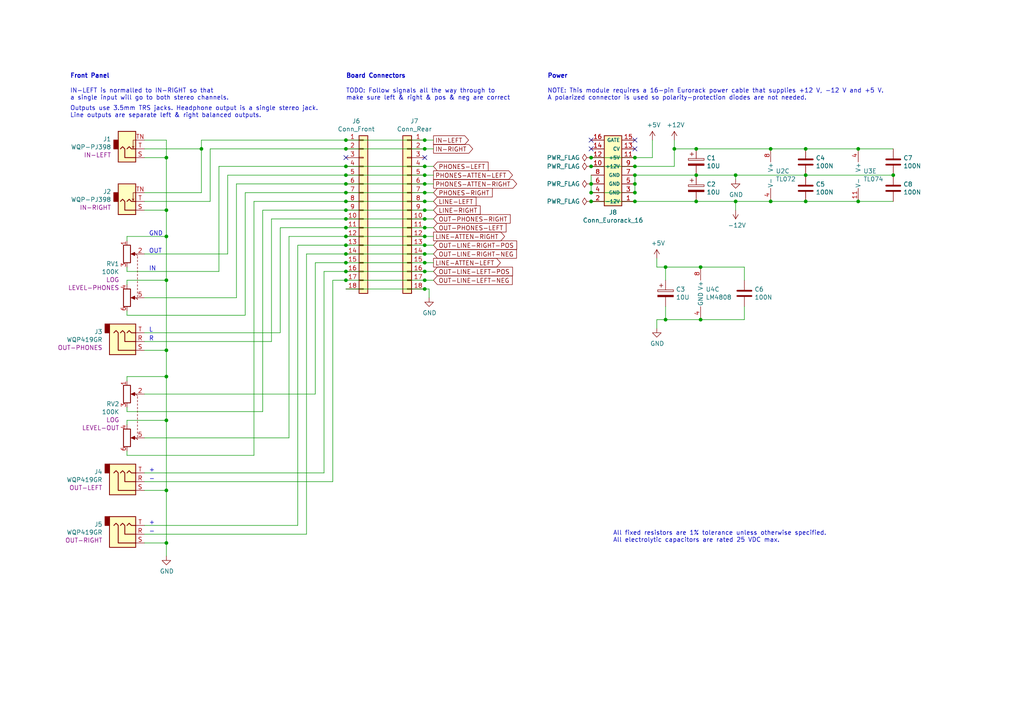
<source format=kicad_sch>
(kicad_sch (version 20211123) (generator eeschema)

  (uuid 3f2a6679-91d7-4b6c-bf5c-c4d5abb2bc44)

  (paper "A4")

  (title_block
    (title "Controls, Connectors & Power - Eurorack Audiout Module")
    (date "2021-11-30")
    (rev "1.2")
    (company "Len Popp")
    (comment 1 "Copyright © 2021 Len Popp CC BY")
    (comment 2 "Stereo headphone and balanced line outputs with level controls, 4 HP")
  )

  (lib_symbols
    (symbol "-lmp-opamp:TL072" (pin_names (offset 0.127)) (in_bom yes) (on_board yes)
      (property "Reference" "U" (id 0) (at 0 5.08 0)
        (effects (font (size 1.27 1.27)) (justify left))
      )
      (property "Value" "TL072" (id 1) (at 0 -5.08 0)
        (effects (font (size 1.27 1.27)) (justify left))
      )
      (property "Footprint" "Package_DIP:DIP-8_W7.62mm" (id 2) (at 0 0 0)
        (effects (font (size 1.27 1.27)) hide)
      )
      (property "Datasheet" "https://www.ti.com/lit/ds/symlink/tl072b.pdf?ts=1628812694194" (id 3) (at 0 0 0)
        (effects (font (size 1.27 1.27)) hide)
      )
      (property "Manufacturer" "Texas Instruments" (id 4) (at 0 0 0)
        (effects (font (size 1.27 1.27)) hide)
      )
      (property "ManufacturerPartNum" "TL072BCP" (id 5) (at 0 0 0)
        (effects (font (size 1.27 1.27)) hide)
      )
      (property "Distributor" "Mouser" (id 6) (at 0 0 0)
        (effects (font (size 1.27 1.27)) hide)
      )
      (property "DistributorPartNum" "595-TL072BCP" (id 7) (at 0 0 0)
        (effects (font (size 1.27 1.27)) hide)
      )
      (property "DistributorPartLink" "https://www.mouser.ca/ProductDetail/Texas-Instruments/TL072BCP?qs=p6YqzpSxLIxmo8AyZLsP4g%3D%3D" (id 8) (at 0 0 0)
        (effects (font (size 1.27 1.27)) hide)
      )
      (property "ki_locked" "" (id 9) (at 0 0 0)
        (effects (font (size 1.27 1.27)))
      )
      (property "ki_keywords" "quad opamp" (id 10) (at 0 0 0)
        (effects (font (size 1.27 1.27)) hide)
      )
      (property "ki_description" "Dual Low-Noise JFET-Input Operational Amplifiers, DIP-8/SOIC-8" (id 11) (at 0 0 0)
        (effects (font (size 1.27 1.27)) hide)
      )
      (property "ki_fp_filters" "SOIC*3.9x4.9mm*P1.27mm* DIP*W7.62mm* TO*99* OnSemi*Micro8* TSSOP*3x3mm*P0.65mm* TSSOP*4.4x3mm*P0.65mm* MSOP*3x3mm*P0.65mm* SSOP*3.9x4.9mm*P0.635mm* LFCSP*2x2mm*P0.5mm* *SIP* SOIC*5.3x6.2mm*P1.27mm*" (id 12) (at 0 0 0)
        (effects (font (size 1.27 1.27)) hide)
      )
      (symbol "TL072_1_1"
        (polyline
          (pts
            (xy -5.08 5.08)
            (xy 5.08 0)
            (xy -5.08 -5.08)
            (xy -5.08 5.08)
          )
          (stroke (width 0.254) (type default) (color 0 0 0 0))
          (fill (type background))
        )
        (pin output line (at 7.62 0 180) (length 2.54)
          (name "~" (effects (font (size 1.27 1.27))))
          (number "1" (effects (font (size 1.27 1.27))))
        )
        (pin input line (at -7.62 -2.54 0) (length 2.54)
          (name "-" (effects (font (size 1.27 1.27))))
          (number "2" (effects (font (size 1.27 1.27))))
        )
        (pin input line (at -7.62 2.54 0) (length 2.54)
          (name "+" (effects (font (size 1.27 1.27))))
          (number "3" (effects (font (size 1.27 1.27))))
        )
      )
      (symbol "TL072_2_1"
        (polyline
          (pts
            (xy -5.08 5.08)
            (xy 5.08 0)
            (xy -5.08 -5.08)
            (xy -5.08 5.08)
          )
          (stroke (width 0.254) (type default) (color 0 0 0 0))
          (fill (type background))
        )
        (pin input line (at -7.62 2.54 0) (length 2.54)
          (name "+" (effects (font (size 1.27 1.27))))
          (number "5" (effects (font (size 1.27 1.27))))
        )
        (pin input line (at -7.62 -2.54 0) (length 2.54)
          (name "-" (effects (font (size 1.27 1.27))))
          (number "6" (effects (font (size 1.27 1.27))))
        )
        (pin output line (at 7.62 0 180) (length 2.54)
          (name "~" (effects (font (size 1.27 1.27))))
          (number "7" (effects (font (size 1.27 1.27))))
        )
      )
      (symbol "TL072_3_1"
        (pin power_in line (at -2.54 -7.62 90) (length 3.81)
          (name "V-" (effects (font (size 1.27 1.27))))
          (number "4" (effects (font (size 1.27 1.27))))
        )
        (pin power_in line (at -2.54 7.62 270) (length 3.81)
          (name "V+" (effects (font (size 1.27 1.27))))
          (number "8" (effects (font (size 1.27 1.27))))
        )
      )
    )
    (symbol "-lmp-opamp:TL074" (pin_names (offset 0.127)) (in_bom yes) (on_board yes)
      (property "Reference" "U" (id 0) (at 0 5.08 0)
        (effects (font (size 1.27 1.27)) (justify left))
      )
      (property "Value" "TL074" (id 1) (at 0 -5.08 0)
        (effects (font (size 1.27 1.27)) (justify left))
      )
      (property "Footprint" "Package_DIP:DIP-14_W7.62mm" (id 2) (at -1.27 2.54 0)
        (effects (font (size 1.27 1.27)) hide)
      )
      (property "Datasheet" "http://www.ti.com/lit/ds/symlink/tl071.pdf" (id 3) (at 1.27 5.08 0)
        (effects (font (size 1.27 1.27)) hide)
      )
      (property "Manufacturer" "Texas Instruments" (id 4) (at 0 0 0)
        (effects (font (size 1.27 1.27)) hide)
      )
      (property "ManufacturerPartNum" "TL074BCN" (id 5) (at 0 0 0)
        (effects (font (size 1.27 1.27)) hide)
      )
      (property "Distributor" "Mouser" (id 6) (at 0 0 0)
        (effects (font (size 1.27 1.27)) hide)
      )
      (property "DistributorPartNum" "595-TL074BCN" (id 7) (at 0 0 0)
        (effects (font (size 1.27 1.27)) hide)
      )
      (property "DistributorPartLink" "https://www.mouser.ca/ProductDetail/?qs=vxEfx8VrU7BHurOY5iQdiA%3D%3D" (id 8) (at 0 0 0)
        (effects (font (size 1.27 1.27)) hide)
      )
      (property "ki_locked" "" (id 9) (at 0 0 0)
        (effects (font (size 1.27 1.27)))
      )
      (property "ki_keywords" "quad opamp" (id 10) (at 0 0 0)
        (effects (font (size 1.27 1.27)) hide)
      )
      (property "ki_description" "Quad Low-Noise JFET-Input Operational Amplifiers, DIP-14/SOIC-14" (id 11) (at 0 0 0)
        (effects (font (size 1.27 1.27)) hide)
      )
      (property "ki_fp_filters" "SOIC*3.9x8.7mm*P1.27mm* DIP*W7.62mm* TSSOP*4.4x5mm*P0.65mm* SSOP*5.3x6.2mm*P0.65mm* MSOP*3x3mm*P0.5mm*" (id 12) (at 0 0 0)
        (effects (font (size 1.27 1.27)) hide)
      )
      (symbol "TL074_1_1"
        (polyline
          (pts
            (xy -5.08 5.08)
            (xy 5.08 0)
            (xy -5.08 -5.08)
            (xy -5.08 5.08)
          )
          (stroke (width 0.254) (type default) (color 0 0 0 0))
          (fill (type background))
        )
        (pin output line (at 7.62 0 180) (length 2.54)
          (name "~" (effects (font (size 1.27 1.27))))
          (number "1" (effects (font (size 1.27 1.27))))
        )
        (pin input line (at -7.62 -2.54 0) (length 2.54)
          (name "-" (effects (font (size 1.27 1.27))))
          (number "2" (effects (font (size 1.27 1.27))))
        )
        (pin input line (at -7.62 2.54 0) (length 2.54)
          (name "+" (effects (font (size 1.27 1.27))))
          (number "3" (effects (font (size 1.27 1.27))))
        )
      )
      (symbol "TL074_2_1"
        (polyline
          (pts
            (xy -5.08 5.08)
            (xy 5.08 0)
            (xy -5.08 -5.08)
            (xy -5.08 5.08)
          )
          (stroke (width 0.254) (type default) (color 0 0 0 0))
          (fill (type background))
        )
        (pin input line (at -7.62 2.54 0) (length 2.54)
          (name "+" (effects (font (size 1.27 1.27))))
          (number "5" (effects (font (size 1.27 1.27))))
        )
        (pin input line (at -7.62 -2.54 0) (length 2.54)
          (name "-" (effects (font (size 1.27 1.27))))
          (number "6" (effects (font (size 1.27 1.27))))
        )
        (pin output line (at 7.62 0 180) (length 2.54)
          (name "~" (effects (font (size 1.27 1.27))))
          (number "7" (effects (font (size 1.27 1.27))))
        )
      )
      (symbol "TL074_3_1"
        (polyline
          (pts
            (xy -5.08 5.08)
            (xy 5.08 0)
            (xy -5.08 -5.08)
            (xy -5.08 5.08)
          )
          (stroke (width 0.254) (type default) (color 0 0 0 0))
          (fill (type background))
        )
        (pin input line (at -7.62 2.54 0) (length 2.54)
          (name "+" (effects (font (size 1.27 1.27))))
          (number "10" (effects (font (size 1.27 1.27))))
        )
        (pin output line (at 7.62 0 180) (length 2.54)
          (name "~" (effects (font (size 1.27 1.27))))
          (number "8" (effects (font (size 1.27 1.27))))
        )
        (pin input line (at -7.62 -2.54 0) (length 2.54)
          (name "-" (effects (font (size 1.27 1.27))))
          (number "9" (effects (font (size 1.27 1.27))))
        )
      )
      (symbol "TL074_4_1"
        (polyline
          (pts
            (xy -5.08 5.08)
            (xy 5.08 0)
            (xy -5.08 -5.08)
            (xy -5.08 5.08)
          )
          (stroke (width 0.254) (type default) (color 0 0 0 0))
          (fill (type background))
        )
        (pin input line (at -7.62 2.54 0) (length 2.54)
          (name "+" (effects (font (size 1.27 1.27))))
          (number "12" (effects (font (size 1.27 1.27))))
        )
        (pin input line (at -7.62 -2.54 0) (length 2.54)
          (name "-" (effects (font (size 1.27 1.27))))
          (number "13" (effects (font (size 1.27 1.27))))
        )
        (pin output line (at 7.62 0 180) (length 2.54)
          (name "~" (effects (font (size 1.27 1.27))))
          (number "14" (effects (font (size 1.27 1.27))))
        )
      )
      (symbol "TL074_5_1"
        (pin power_in line (at -2.54 -7.62 90) (length 3.81)
          (name "V-" (effects (font (size 1.27 1.27))))
          (number "11" (effects (font (size 1.27 1.27))))
        )
        (pin power_in line (at -2.54 7.62 270) (length 3.81)
          (name "V+" (effects (font (size 1.27 1.27))))
          (number "4" (effects (font (size 1.27 1.27))))
        )
      )
    )
    (symbol "-lmp-power:+12V" (power) (pin_names (offset 0)) (in_bom yes) (on_board yes)
      (property "Reference" "#PWR" (id 0) (at 0 -3.81 0)
        (effects (font (size 1.27 1.27)) hide)
      )
      (property "Value" "+12V" (id 1) (at 0 3.556 0)
        (effects (font (size 1.27 1.27)))
      )
      (property "Footprint" "" (id 2) (at 0 0 0)
        (effects (font (size 1.27 1.27)) hide)
      )
      (property "Datasheet" "" (id 3) (at 0 0 0)
        (effects (font (size 1.27 1.27)) hide)
      )
      (property "ki_keywords" "power-flag" (id 4) (at 0 0 0)
        (effects (font (size 1.27 1.27)) hide)
      )
      (property "ki_description" "Power symbol creates a global label with name \"+12V\"" (id 5) (at 0 0 0)
        (effects (font (size 1.27 1.27)) hide)
      )
      (symbol "+12V_0_1"
        (polyline
          (pts
            (xy -0.762 1.27)
            (xy 0 2.54)
          )
          (stroke (width 0) (type default) (color 0 0 0 0))
          (fill (type none))
        )
        (polyline
          (pts
            (xy 0 0)
            (xy 0 2.54)
          )
          (stroke (width 0) (type default) (color 0 0 0 0))
          (fill (type none))
        )
        (polyline
          (pts
            (xy 0 2.54)
            (xy 0.762 1.27)
          )
          (stroke (width 0) (type default) (color 0 0 0 0))
          (fill (type none))
        )
      )
      (symbol "+12V_1_1"
        (pin power_in line (at 0 0 90) (length 0) hide
          (name "+12V" (effects (font (size 1.27 1.27))))
          (number "1" (effects (font (size 1.27 1.27))))
        )
      )
    )
    (symbol "-lmp-power:+5V" (power) (pin_names (offset 0)) (in_bom yes) (on_board yes)
      (property "Reference" "#PWR" (id 0) (at 0 -3.81 0)
        (effects (font (size 1.27 1.27)) hide)
      )
      (property "Value" "+5V" (id 1) (at 0 3.556 0)
        (effects (font (size 1.27 1.27)))
      )
      (property "Footprint" "" (id 2) (at 0 0 0)
        (effects (font (size 1.27 1.27)) hide)
      )
      (property "Datasheet" "" (id 3) (at 0 0 0)
        (effects (font (size 1.27 1.27)) hide)
      )
      (property "ki_keywords" "power-flag" (id 4) (at 0 0 0)
        (effects (font (size 1.27 1.27)) hide)
      )
      (property "ki_description" "Power symbol creates a global label with name \"+5V\"" (id 5) (at 0 0 0)
        (effects (font (size 1.27 1.27)) hide)
      )
      (symbol "+5V_0_1"
        (polyline
          (pts
            (xy -0.762 1.27)
            (xy 0 2.54)
          )
          (stroke (width 0) (type default) (color 0 0 0 0))
          (fill (type none))
        )
        (polyline
          (pts
            (xy 0 0)
            (xy 0 2.54)
          )
          (stroke (width 0) (type default) (color 0 0 0 0))
          (fill (type none))
        )
        (polyline
          (pts
            (xy 0 2.54)
            (xy 0.762 1.27)
          )
          (stroke (width 0) (type default) (color 0 0 0 0))
          (fill (type none))
        )
      )
      (symbol "+5V_1_1"
        (pin power_in line (at 0 0 90) (length 0) hide
          (name "+5V" (effects (font (size 1.27 1.27))))
          (number "1" (effects (font (size 1.27 1.27))))
        )
      )
    )
    (symbol "-lmp-power:-12V" (power) (pin_names (offset 0)) (in_bom yes) (on_board yes)
      (property "Reference" "#PWR" (id 0) (at 0 3.81 0)
        (effects (font (size 1.27 1.27)) hide)
      )
      (property "Value" "-12V" (id 1) (at 0 -3.556 0)
        (effects (font (size 1.27 1.27)))
      )
      (property "Footprint" "" (id 2) (at 0 0 0)
        (effects (font (size 1.27 1.27)) hide)
      )
      (property "Datasheet" "" (id 3) (at 0 0 0)
        (effects (font (size 1.27 1.27)) hide)
      )
      (property "ki_keywords" "power-flag" (id 4) (at 0 0 0)
        (effects (font (size 1.27 1.27)) hide)
      )
      (property "ki_description" "Power symbol creates a global label with name \"-12V\"" (id 5) (at 0 0 0)
        (effects (font (size 1.27 1.27)) hide)
      )
      (symbol "-12V_0_1"
        (polyline
          (pts
            (xy -0.762 -1.27)
            (xy 0 -2.54)
          )
          (stroke (width 0) (type default) (color 0 0 0 0))
          (fill (type none))
        )
        (polyline
          (pts
            (xy 0 -2.54)
            (xy 0.762 -1.27)
          )
          (stroke (width 0) (type default) (color 0 0 0 0))
          (fill (type none))
        )
        (polyline
          (pts
            (xy 0 0)
            (xy 0 -2.54)
          )
          (stroke (width 0) (type default) (color 0 0 0 0))
          (fill (type none))
        )
      )
      (symbol "-12V_1_1"
        (pin power_in line (at 0 0 270) (length 0) hide
          (name "-12V" (effects (font (size 1.27 1.27))))
          (number "1" (effects (font (size 1.27 1.27))))
        )
      )
    )
    (symbol "-lmp-power:GND" (power) (pin_names (offset 0)) (in_bom yes) (on_board yes)
      (property "Reference" "#PWR" (id 0) (at 0 -6.35 0)
        (effects (font (size 1.27 1.27)) hide)
      )
      (property "Value" "GND" (id 1) (at 0 -3.81 0)
        (effects (font (size 1.27 1.27)))
      )
      (property "Footprint" "" (id 2) (at 0 0 0)
        (effects (font (size 1.27 1.27)) hide)
      )
      (property "Datasheet" "" (id 3) (at 0 0 0)
        (effects (font (size 1.27 1.27)) hide)
      )
      (property "ki_keywords" "power-flag" (id 4) (at 0 0 0)
        (effects (font (size 1.27 1.27)) hide)
      )
      (property "ki_description" "Power symbol creates a global label with name \"GND\" , ground" (id 5) (at 0 0 0)
        (effects (font (size 1.27 1.27)) hide)
      )
      (symbol "GND_0_1"
        (polyline
          (pts
            (xy 0 0)
            (xy 0 -1.27)
            (xy 1.27 -1.27)
            (xy 0 -2.54)
            (xy -1.27 -1.27)
            (xy 0 -1.27)
          )
          (stroke (width 0) (type default) (color 0 0 0 0))
          (fill (type none))
        )
      )
      (symbol "GND_1_1"
        (pin power_in line (at 0 0 270) (length 0) hide
          (name "GND" (effects (font (size 1.27 1.27))))
          (number "1" (effects (font (size 1.27 1.27))))
        )
      )
    )
    (symbol "-lmp-power:PWR_FLAG" (power) (pin_numbers hide) (pin_names (offset 0) hide) (in_bom yes) (on_board yes)
      (property "Reference" "#FLG" (id 0) (at 0 1.905 0)
        (effects (font (size 1.27 1.27)) hide)
      )
      (property "Value" "PWR_FLAG" (id 1) (at 0 3.81 0)
        (effects (font (size 1.27 1.27)))
      )
      (property "Footprint" "" (id 2) (at 0 0 0)
        (effects (font (size 1.27 1.27)) hide)
      )
      (property "Datasheet" "~" (id 3) (at 0 0 0)
        (effects (font (size 1.27 1.27)) hide)
      )
      (property "ki_keywords" "power-flag" (id 4) (at 0 0 0)
        (effects (font (size 1.27 1.27)) hide)
      )
      (property "ki_description" "Special symbol for telling ERC where power comes from" (id 5) (at 0 0 0)
        (effects (font (size 1.27 1.27)) hide)
      )
      (symbol "PWR_FLAG_0_0"
        (pin power_out line (at 0 0 90) (length 0)
          (name "pwr" (effects (font (size 1.27 1.27))))
          (number "1" (effects (font (size 1.27 1.27))))
        )
      )
      (symbol "PWR_FLAG_0_1"
        (polyline
          (pts
            (xy 0 0)
            (xy 0 1.27)
            (xy -1.016 1.905)
            (xy 0 2.54)
            (xy 1.016 1.905)
            (xy 0 1.27)
          )
          (stroke (width 0) (type default) (color 0 0 0 0))
          (fill (type none))
        )
      )
    )
    (symbol "-lmp-synth:CP_10U" (pin_numbers hide) (pin_names (offset 0.254)) (in_bom yes) (on_board yes)
      (property "Reference" "C" (id 0) (at 0.635 2.54 0)
        (effects (font (size 1.27 1.27)) (justify left))
      )
      (property "Value" "CP_10U" (id 1) (at 0.635 -2.54 0)
        (effects (font (size 1.27 1.27)) (justify left))
      )
      (property "Footprint" "-lmp-misc:CP_Radial_D4.0mm_P2.50mm" (id 2) (at 0.9652 -3.81 0)
        (effects (font (size 1.27 1.27)) hide)
      )
      (property "Datasheet" "https://industrial.panasonic.com/cdbs/www-data/pdf/RDF0000/ABA0000C1209.pdf" (id 3) (at 0 0 0)
        (effects (font (size 1.27 1.27)) hide)
      )
      (property "Value2" "25 VDC" (id 4) (at 0.635 -4.445 0)
        (effects (font (size 1.27 1.27)) (justify left) hide)
      )
      (property "Note" "12 V decoupling" (id 5) (at 0.635 -6.35 0)
        (effects (font (size 1.27 1.27)) (justify left) hide)
      )
      (property "Manufacturer" "Panasonic" (id 6) (at 0 -3.81 0)
        (effects (font (size 1.27 1.27)) hide)
      )
      (property "ManufacturerPartNum" "EEA-FC1E100" (id 7) (at 0 -3.81 0)
        (effects (font (size 1.27 1.27)) hide)
      )
      (property "Distributor" "Mouser" (id 8) (at 0 -3.81 0)
        (effects (font (size 1.27 1.27)) hide)
      )
      (property "DistributorPartNum" "667-EEA-FC1E100" (id 9) (at 0 -3.81 0)
        (effects (font (size 1.27 1.27)) hide)
      )
      (property "DistributorPartLink" "https://www.mouser.ca/ProductDetail/Panasonic/EEA-FC1E100?qs=nLJruSqDb94EJwiFQJd4iw%3D%3D" (id 10) (at 0 -3.81 0)
        (effects (font (size 1.27 1.27)) hide)
      )
      (property "ki_keywords" "cap capacitor electrolytic" (id 11) (at 0 0 0)
        (effects (font (size 1.27 1.27)) hide)
      )
      (property "ki_description" "Capacitor - Electrolytic - 12 V decoupling" (id 12) (at 0 0 0)
        (effects (font (size 1.27 1.27)) hide)
      )
      (property "ki_fp_filters" "CP_*" (id 13) (at 0 0 0)
        (effects (font (size 1.27 1.27)) hide)
      )
      (symbol "CP_10U_0_1"
        (rectangle (start -2.286 0.508) (end 2.286 1.016)
          (stroke (width 0) (type default) (color 0 0 0 0))
          (fill (type none))
        )
        (polyline
          (pts
            (xy -1.778 2.286)
            (xy -0.762 2.286)
          )
          (stroke (width 0) (type default) (color 0 0 0 0))
          (fill (type none))
        )
        (polyline
          (pts
            (xy -1.27 2.794)
            (xy -1.27 1.778)
          )
          (stroke (width 0) (type default) (color 0 0 0 0))
          (fill (type none))
        )
        (rectangle (start 2.286 -0.508) (end -2.286 -1.016)
          (stroke (width 0) (type default) (color 0 0 0 0))
          (fill (type outline))
        )
      )
      (symbol "CP_10U_1_1"
        (pin passive line (at 0 3.81 270) (length 2.794)
          (name "~" (effects (font (size 1.27 1.27))))
          (number "1" (effects (font (size 1.27 1.27))))
        )
        (pin passive line (at 0 -3.81 90) (length 2.794)
          (name "~" (effects (font (size 1.27 1.27))))
          (number "2" (effects (font (size 1.27 1.27))))
        )
      )
    )
    (symbol "-lmp-synth:Conn_Eurorack_Pwr_16" (in_bom yes) (on_board yes)
      (property "Reference" "J" (id 0) (at 1.27 10.16 0)
        (effects (font (size 1.27 1.27)))
      )
      (property "Value" "Conn_Eurorack_Pwr_16" (id 1) (at 1.27 -12.7 0)
        (effects (font (size 1.27 1.27)))
      )
      (property "Footprint" "-lmp-synth:IDC-Header-Eurorack-16-TH" (id 2) (at 0 -14.478 0)
        (effects (font (size 1.27 1.27)) hide)
      )
      (property "Datasheet" "https://www.mouser.ca/datasheet/2/445/61201621621-1717735.pdf" (id 3) (at 2.54 -2.54 0)
        (effects (font (size 1.27 1.27)) hide)
      )
      (property "Manufacturer" "Wurth Elektronik" (id 4) (at 0.254 -14.478 0)
        (effects (font (size 1.27 1.27)) hide)
      )
      (property "ManufacturerPartNum" "61201621621" (id 5) (at 0.254 -14.478 0)
        (effects (font (size 1.27 1.27)) hide)
      )
      (property "Distributor" "Mouser" (id 6) (at 0.254 -14.478 0)
        (effects (font (size 1.27 1.27)) hide)
      )
      (property "DistributorPartNum" "710-61201621621" (id 7) (at 0.254 -14.478 0)
        (effects (font (size 1.27 1.27)) hide)
      )
      (property "DistributorPartLink" "https://www.mouser.ca/ProductDetail/Wurth-Elektronik/61201621621?qs=ZtY9WdtwX55qFf4n3EFuaA%3D%3D" (id 8) (at 0.254 -14.478 0)
        (effects (font (size 1.27 1.27)) hide)
      )
      (property "ki_keywords" "connector Eurorack" (id 9) (at 0 0 0)
        (effects (font (size 1.27 1.27)) hide)
      )
      (property "ki_description" "Eurorack 16-pin board power/CV/gate bus connector" (id 10) (at 0 0 0)
        (effects (font (size 1.27 1.27)) hide)
      )
      (property "ki_fp_filters" "Connector*:*_2x??_*" (id 11) (at 0 0 0)
        (effects (font (size 1.27 1.27)) hide)
      )
      (symbol "Conn_Eurorack_Pwr_16_1_1"
        (rectangle (start 3.81 -11.43) (end -1.27 8.89)
          (stroke (width 0.254) (type default) (color 0 0 0 0))
          (fill (type background))
        )
        (pin power_in line (at 7.62 -10.16 180) (length 3.81)
          (name "-12V" (effects (font (size 1.016 1.016))))
          (number "1" (effects (font (size 1.27 1.27))))
        )
        (pin power_in line (at -5.08 0 0) (length 3.81)
          (name "~" (effects (font (size 1.27 1.27))))
          (number "10" (effects (font (size 1.27 1.27))))
        )
        (pin power_in line (at 7.62 2.54 180) (length 3.81)
          (name "+5V" (effects (font (size 1.016 1.016))))
          (number "11" (effects (font (size 1.27 1.27))))
        )
        (pin power_in line (at -5.08 2.54 0) (length 3.81)
          (name "~" (effects (font (size 1.27 1.27))))
          (number "12" (effects (font (size 1.27 1.27))))
        )
        (pin bidirectional line (at 7.62 5.08 180) (length 3.81)
          (name "CV" (effects (font (size 1.016 1.016))))
          (number "13" (effects (font (size 1.27 1.27))))
        )
        (pin bidirectional line (at -5.08 5.08 0) (length 3.81)
          (name "~" (effects (font (size 1.27 1.27))))
          (number "14" (effects (font (size 1.27 1.27))))
        )
        (pin bidirectional line (at 7.62 7.62 180) (length 3.81)
          (name "GATE" (effects (font (size 1.016 1.016))))
          (number "15" (effects (font (size 1.27 1.27))))
        )
        (pin bidirectional line (at -5.08 7.62 0) (length 3.81)
          (name "~" (effects (font (size 1.27 1.27))))
          (number "16" (effects (font (size 1.27 1.27))))
        )
        (pin power_in line (at -5.08 -10.16 0) (length 3.81)
          (name "~" (effects (font (size 1.27 1.27))))
          (number "2" (effects (font (size 1.27 1.27))))
        )
        (pin power_in line (at 7.62 -7.62 180) (length 3.81)
          (name "GND" (effects (font (size 1.016 1.016))))
          (number "3" (effects (font (size 1.27 1.27))))
        )
        (pin power_in line (at -5.08 -7.62 0) (length 3.81)
          (name "~" (effects (font (size 1.27 1.27))))
          (number "4" (effects (font (size 1.27 1.27))))
        )
        (pin power_in line (at 7.62 -5.08 180) (length 3.81)
          (name "GND" (effects (font (size 1.016 1.016))))
          (number "5" (effects (font (size 1.27 1.27))))
        )
        (pin power_in line (at -5.08 -5.08 0) (length 3.81)
          (name "~" (effects (font (size 1.27 1.27))))
          (number "6" (effects (font (size 1.27 1.27))))
        )
        (pin power_in line (at 7.62 -2.54 180) (length 3.81)
          (name "GND" (effects (font (size 1.016 1.016))))
          (number "7" (effects (font (size 1.27 1.27))))
        )
        (pin power_in line (at -5.08 -2.54 0) (length 3.81)
          (name "~" (effects (font (size 1.27 1.27))))
          (number "8" (effects (font (size 1.27 1.27))))
        )
        (pin power_in line (at 7.62 0 180) (length 3.81)
          (name "+12V" (effects (font (size 1.016 1.016))))
          (number "9" (effects (font (size 1.27 1.27))))
        )
      )
    )
    (symbol "-lmp-synth:Jack_WQP-PJ398" (in_bom yes) (on_board yes)
      (property "Reference" "J" (id 0) (at 0 10.033 0)
        (effects (font (size 1.27 1.27)))
      )
      (property "Value" "Jack_WQP-PJ398" (id 1) (at 0 7.62 0)
        (effects (font (size 1.27 1.27)))
      )
      (property "Footprint" "-lmp-synth:Jack_3.5mm_QingPu_WQP-PJ398SM_Vertical" (id 2) (at 0 0 0)
        (effects (font (size 1.27 1.27)) hide)
      )
      (property "Datasheet" "http://www.qingpu-electronics.com/en/products/WQP-PJ398SM-362.html" (id 3) (at 0 0 0)
        (effects (font (size 1.27 1.27)) hide)
      )
      (property "Label" "[label]" (id 4) (at 0 5.207 0)
        (effects (font (size 1.27 1.27)))
      )
      (property "Manufacturer" "QingPu / Thonk" (id 5) (at 0 0 0)
        (effects (font (size 1.27 1.27)) hide)
      )
      (property "ManufacturerPartNum" "PJ398SM / WQP518MA" (id 6) (at 0 0 0)
        (effects (font (size 1.27 1.27)) hide)
      )
      (property "Distributor" "Thonk" (id 7) (at 0 0 0)
        (effects (font (size 1.27 1.27)) hide)
      )
      (property "DistributorPartNum" "PJ398SM" (id 8) (at 0 0 0)
        (effects (font (size 1.27 1.27)) hide)
      )
      (property "DistributorPartLink" "https://www.thonk.co.uk/shop/thonkiconn/" (id 9) (at 0 0 0)
        (effects (font (size 1.27 1.27)) hide)
      )
      (property "Distributor2" "SynthCube" (id 10) (at 0 0 0)
        (effects (font (size 1.27 1.27)) hide)
      )
      (property "DistributorPartNum2" "WQP518MA" (id 11) (at 0 0 0)
        (effects (font (size 1.27 1.27)) hide)
      )
      (property "DistributorPartLink2" "https://synthcube.com/cart/3-5mm-euro-jacks" (id 12) (at 0 0 0)
        (effects (font (size 1.27 1.27)) hide)
      )
      (property "Distributor3" "Adafruit" (id 13) (at 0 0 0)
        (effects (font (size 1.27 1.27)) hide)
      )
      (property "DistributorPartNum3" "4031" (id 14) (at 0 0 0)
        (effects (font (size 1.27 1.27)) hide)
      )
      (property "DistributorPartLink3" "https://www.adafruit.com/product/4031" (id 15) (at 0 0 0)
        (effects (font (size 1.27 1.27)) hide)
      )
      (property "ki_keywords" "audio jack receptacle mono headphones phone TS connector QingPu Thonkiconn" (id 16) (at 0 0 0)
        (effects (font (size 1.27 1.27)) hide)
      )
      (property "ki_description" "Audio Jack, 2 Poles (Mono / TS), Switched T Pole (Normalling), QingPu / Thonkiconn" (id 17) (at 0 0 0)
        (effects (font (size 1.27 1.27)) hide)
      )
      (property "ki_fp_filters" "Jack*" (id 18) (at 0 0 0)
        (effects (font (size 1.27 1.27)) hide)
      )
      (symbol "Jack_WQP-PJ398_0_1"
        (rectangle (start -2.54 0) (end -3.81 -2.54)
          (stroke (width 0.254) (type default) (color 0 0 0 0))
          (fill (type outline))
        )
        (polyline
          (pts
            (xy 1.778 -0.254)
            (xy 2.032 -0.762)
          )
          (stroke (width 0) (type default) (color 0 0 0 0))
          (fill (type none))
        )
        (polyline
          (pts
            (xy 0 0)
            (xy 0.635 -0.635)
            (xy 1.27 0)
            (xy 2.54 0)
          )
          (stroke (width 0.254) (type default) (color 0 0 0 0))
          (fill (type none))
        )
        (polyline
          (pts
            (xy 2.54 -2.54)
            (xy 1.778 -2.54)
            (xy 1.778 -0.254)
            (xy 1.524 -0.762)
          )
          (stroke (width 0) (type default) (color 0 0 0 0))
          (fill (type none))
        )
        (polyline
          (pts
            (xy 2.54 2.54)
            (xy -0.635 2.54)
            (xy -0.635 0)
            (xy -1.27 -0.635)
            (xy -1.905 0)
          )
          (stroke (width 0.254) (type default) (color 0 0 0 0))
          (fill (type none))
        )
        (rectangle (start 2.54 3.81) (end -2.54 -5.08)
          (stroke (width 0.254) (type default) (color 0 0 0 0))
          (fill (type background))
        )
      )
      (symbol "Jack_WQP-PJ398_1_1"
        (pin passive line (at 5.08 2.54 180) (length 2.54)
          (name "~" (effects (font (size 1.27 1.27))))
          (number "S" (effects (font (size 1.27 1.27))))
        )
        (pin passive line (at 5.08 0 180) (length 2.54)
          (name "~" (effects (font (size 1.27 1.27))))
          (number "T" (effects (font (size 1.27 1.27))))
        )
        (pin passive line (at 5.08 -2.54 180) (length 2.54)
          (name "~" (effects (font (size 1.27 1.27))))
          (number "TN" (effects (font (size 1.27 1.27))))
        )
      )
    )
    (symbol "-lmp-synth:Jack_WQP419GR" (in_bom yes) (on_board yes)
      (property "Reference" "J" (id 0) (at 0 10.668 0)
        (effects (font (size 1.27 1.27)))
      )
      (property "Value" "Jack_WQP419GR" (id 1) (at 0 8.382 0)
        (effects (font (size 1.27 1.27)))
      )
      (property "Footprint" "-lmp-synth:Jack_3.5mm_QingPu_WQP-PJ366ST_Vertical" (id 2) (at 0 0 0)
        (effects (font (size 1.27 1.27)) hide)
      )
      (property "Datasheet" "http://www.qingpu-electronics.com/en/products/WQP-PJ366ST-364.html" (id 3) (at 0 0 0)
        (effects (font (size 1.27 1.27)) hide)
      )
      (property "Label" "[label]" (id 4) (at 0 5.969 0)
        (effects (font (size 1.27 1.27)))
      )
      (property "Manufacturer" "QingPu / Thonk" (id 5) (at 0 0 0)
        (effects (font (size 1.27 1.27)) hide)
      )
      (property "ManufacturerPartNum" "PJ366ST / WQP419GR" (id 6) (at 0 0 0)
        (effects (font (size 1.27 1.27)) hide)
      )
      (property "Distributor" "Thonk" (id 7) (at 0 0 0)
        (effects (font (size 1.27 1.27)) hide)
      )
      (property "DistributorPartNum" "PJ366ST" (id 8) (at 0 0 0)
        (effects (font (size 1.27 1.27)) hide)
      )
      (property "DistributorPartLink" "https://www.thonk.co.uk/shop/thonkiconn/" (id 9) (at 0 0 0)
        (effects (font (size 1.27 1.27)) hide)
      )
      (property "ki_keywords" "audio jack receptacle stereo headphones phones TRS connector QingPu Thonkiconn" (id 10) (at 0 0 0)
        (effects (font (size 1.27 1.27)) hide)
      )
      (property "ki_description" "Audio Jack, 3 Poles (Stereo / TRS), QingPu / Thonkiconn" (id 11) (at 0 0 0)
        (effects (font (size 1.27 1.27)) hide)
      )
      (property "ki_fp_filters" "Jack*" (id 12) (at 0 0 0)
        (effects (font (size 1.27 1.27)) hide)
      )
      (symbol "Jack_WQP419GR_0_1"
        (rectangle (start -5.08 -5.08) (end -6.35 -2.54)
          (stroke (width 0.254) (type default) (color 0 0 0 0))
          (fill (type outline))
        )
        (polyline
          (pts
            (xy 0 -2.54)
            (xy 0.635 -3.175)
            (xy 1.27 -2.54)
            (xy 2.54 -2.54)
          )
          (stroke (width 0.254) (type default) (color 0 0 0 0))
          (fill (type none))
        )
        (polyline
          (pts
            (xy -1.905 -2.54)
            (xy -1.27 -3.175)
            (xy -0.635 -2.54)
            (xy -0.635 0)
            (xy 2.54 0)
          )
          (stroke (width 0.254) (type default) (color 0 0 0 0))
          (fill (type none))
        )
        (polyline
          (pts
            (xy 2.54 2.54)
            (xy -2.54 2.54)
            (xy -2.54 -2.54)
            (xy -3.175 -3.175)
            (xy -3.81 -2.54)
          )
          (stroke (width 0.254) (type default) (color 0 0 0 0))
          (fill (type none))
        )
        (rectangle (start 2.54 3.81) (end -5.08 -5.08)
          (stroke (width 0.254) (type default) (color 0 0 0 0))
          (fill (type background))
        )
      )
      (symbol "Jack_WQP419GR_1_1"
        (pin passive line (at 5.08 0 180) (length 2.54)
          (name "~" (effects (font (size 1.27 1.27))))
          (number "R" (effects (font (size 1.27 1.27))))
        )
        (pin passive line (at 5.08 2.54 180) (length 2.54)
          (name "~" (effects (font (size 1.27 1.27))))
          (number "S" (effects (font (size 1.27 1.27))))
        )
        (pin passive line (at 5.08 -2.54 180) (length 2.54)
          (name "~" (effects (font (size 1.27 1.27))))
          (number "T" (effects (font (size 1.27 1.27))))
        )
      )
    )
    (symbol "-lmp-synth:LM4808" (pin_names (offset 0.127)) (in_bom yes) (on_board yes)
      (property "Reference" "U" (id 0) (at 0 5.08 0)
        (effects (font (size 1.27 1.27)) (justify left))
      )
      (property "Value" "LM4808" (id 1) (at 0 -5.08 0)
        (effects (font (size 1.27 1.27)) (justify left))
      )
      (property "Footprint" "-lmp-misc:SOIC-8_5.275x5.275mm_P1.27mm" (id 2) (at 0 0 0)
        (effects (font (size 1.27 1.27)) hide)
      )
      (property "Datasheet" "https://www.ti.com/lit/ds/symlink/lm4808.pdf" (id 3) (at 0 0 0)
        (effects (font (size 1.27 1.27)) hide)
      )
      (property "ki_locked" "" (id 4) (at 0 0 0)
        (effects (font (size 1.27 1.27)))
      )
      (property "ki_keywords" "dual audio amplifier" (id 5) (at 0 0 0)
        (effects (font (size 1.27 1.27)) hide)
      )
      (property "ki_description" "Dual Audio Amplifiers" (id 6) (at 0 0 0)
        (effects (font (size 1.27 1.27)) hide)
      )
      (property "ki_fp_filters" "SOIC-8_* VSSOP-8_*" (id 7) (at 0 0 0)
        (effects (font (size 1.27 1.27)) hide)
      )
      (symbol "LM4808_1_1"
        (polyline
          (pts
            (xy -5.08 5.08)
            (xy 5.08 0)
            (xy -5.08 -5.08)
            (xy -5.08 5.08)
          )
          (stroke (width 0.254) (type default) (color 0 0 0 0))
          (fill (type background))
        )
        (pin output line (at 7.62 0 180) (length 2.54)
          (name "~" (effects (font (size 1.27 1.27))))
          (number "1" (effects (font (size 1.27 1.27))))
        )
        (pin input line (at -7.62 -2.54 0) (length 2.54)
          (name "-" (effects (font (size 1.27 1.27))))
          (number "2" (effects (font (size 1.27 1.27))))
        )
        (pin input line (at -7.62 2.54 0) (length 2.54)
          (name "+" (effects (font (size 1.27 1.27))))
          (number "3" (effects (font (size 1.27 1.27))))
        )
      )
      (symbol "LM4808_2_1"
        (polyline
          (pts
            (xy -5.08 5.08)
            (xy 5.08 0)
            (xy -5.08 -5.08)
            (xy -5.08 5.08)
          )
          (stroke (width 0.254) (type default) (color 0 0 0 0))
          (fill (type background))
        )
        (pin input line (at -7.62 2.54 0) (length 2.54)
          (name "+" (effects (font (size 1.27 1.27))))
          (number "5" (effects (font (size 1.27 1.27))))
        )
        (pin input line (at -7.62 -2.54 0) (length 2.54)
          (name "-" (effects (font (size 1.27 1.27))))
          (number "6" (effects (font (size 1.27 1.27))))
        )
        (pin output line (at 7.62 0 180) (length 2.54)
          (name "~" (effects (font (size 1.27 1.27))))
          (number "7" (effects (font (size 1.27 1.27))))
        )
      )
      (symbol "LM4808_3_1"
        (pin power_in line (at -2.54 -7.62 90) (length 3.81)
          (name "GND" (effects (font (size 1.27 1.27))))
          (number "4" (effects (font (size 1.27 1.27))))
        )
        (pin power_in line (at -2.54 7.62 270) (length 3.81)
          (name "V+" (effects (font (size 1.27 1.27))))
          (number "8" (effects (font (size 1.27 1.27))))
        )
      )
    )
    (symbol "-lmp-synth:R_POT_Dual_Panel_PCB_Alpha" (pin_names (offset 1.016) hide) (in_bom yes) (on_board yes)
      (property "Reference" "RV" (id 0) (at 0 3.81 0)
        (effects (font (size 1.27 1.27)))
      )
      (property "Value" "R_POT_Dual_Panel_PCB_Alpha" (id 1) (at 0 1.905 0)
        (effects (font (size 1.27 1.27)))
      )
      (property "Footprint" "-lmp-synth:Potentiometer_Alpha_RD902F-40-00D_Dual_Vertical" (id 2) (at 6.35 -1.905 0)
        (effects (font (size 1.27 1.27)) hide)
      )
      (property "Datasheet" "https://www.thonk.co.uk/wp-content/uploads/Documents/alpha/9mm/DUAL%20GANG%20-%20RD902F-40-15R1-A50K-0057.pdf" (id 3) (at 6.35 -1.905 0)
        (effects (font (size 1.27 1.27)) hide)
      )
      (property "Value2" "[LIN/LOG]" (id 4) (at 0 -5.08 0)
        (effects (font (size 1.27 1.27)))
      )
      (property "Label" "[label]" (id 5) (at 0 -7.62 0)
        (effects (font (size 1.27 1.27)))
      )
      (property "Manufacturer" "Alpha" (id 6) (at 0 0 0)
        (effects (font (size 1.27 1.27)) hide)
      )
      (property "ManufacturerPartNum" "RD902F-*" (id 7) (at 0 0 0)
        (effects (font (size 1.27 1.27)) hide)
      )
      (property "Distributor" "Thonk" (id 8) (at 0 0 0)
        (effects (font (size 1.27 1.27)) hide)
      )
      (property "DistributorPartNum" "Group_Pot_Alpha_6.35mm" (id 9) (at 0 0 0)
        (effects (font (size 1.27 1.27)) hide)
      )
      (property "DistributorPartLink" "https://www.thonk.co.uk/shop/alpha-9mm-pots/" (id 10) (at 0 0 0)
        (effects (font (size 1.27 1.27)) hide)
      )
      (property "ki_keywords" "resistor variable Alpha" (id 11) (at 0 0 0)
        (effects (font (size 1.27 1.27)) hide)
      )
      (property "ki_description" "Dual potentiometer" (id 12) (at 0 0 0)
        (effects (font (size 1.27 1.27)) hide)
      )
      (property "ki_fp_filters" "Potentiometer*" (id 13) (at 0 0 0)
        (effects (font (size 1.27 1.27)) hide)
      )
      (symbol "R_POT_Dual_Panel_PCB_Alpha_0_1"
        (rectangle (start -8.89 -1.524) (end -3.81 -3.556)
          (stroke (width 0.254) (type default) (color 0 0 0 0))
          (fill (type none))
        )
        (polyline
          (pts
            (xy -6.35 0)
            (xy -6.35 -1.016)
          )
          (stroke (width 0) (type default) (color 0 0 0 0))
          (fill (type none))
        )
        (polyline
          (pts
            (xy -6.35 0)
            (xy -6.35 -1.016)
          )
          (stroke (width 0) (type default) (color 0 0 0 0))
          (fill (type none))
        )
        (polyline
          (pts
            (xy -6.35 0)
            (xy -5.842 0.508)
          )
          (stroke (width 0) (type default) (color 0 0 0 0))
          (fill (type none))
        )
        (polyline
          (pts
            (xy -5.588 0.508)
            (xy -5.08 0.508)
          )
          (stroke (width 0) (type default) (color 0 0 0 0))
          (fill (type none))
        )
        (polyline
          (pts
            (xy -4.572 0.508)
            (xy -4.064 0.508)
          )
          (stroke (width 0) (type default) (color 0 0 0 0))
          (fill (type none))
        )
        (polyline
          (pts
            (xy -3.556 0.508)
            (xy -3.048 0.508)
          )
          (stroke (width 0) (type default) (color 0 0 0 0))
          (fill (type none))
        )
        (polyline
          (pts
            (xy -2.54 0.508)
            (xy -2.032 0.508)
          )
          (stroke (width 0) (type default) (color 0 0 0 0))
          (fill (type none))
        )
        (polyline
          (pts
            (xy -1.524 0.508)
            (xy -1.016 0.508)
          )
          (stroke (width 0) (type default) (color 0 0 0 0))
          (fill (type none))
        )
        (polyline
          (pts
            (xy -0.508 0.508)
            (xy 0 0.508)
          )
          (stroke (width 0) (type default) (color 0 0 0 0))
          (fill (type none))
        )
        (polyline
          (pts
            (xy 0.508 0.508)
            (xy 1.016 0.508)
          )
          (stroke (width 0) (type default) (color 0 0 0 0))
          (fill (type none))
        )
        (polyline
          (pts
            (xy 1.524 0.508)
            (xy 2.032 0.508)
          )
          (stroke (width 0) (type default) (color 0 0 0 0))
          (fill (type none))
        )
        (polyline
          (pts
            (xy 2.54 0.508)
            (xy 3.048 0.508)
          )
          (stroke (width 0) (type default) (color 0 0 0 0))
          (fill (type none))
        )
        (polyline
          (pts
            (xy 3.556 0.508)
            (xy 4.064 0.508)
          )
          (stroke (width 0) (type default) (color 0 0 0 0))
          (fill (type none))
        )
        (polyline
          (pts
            (xy 4.572 0.508)
            (xy 5.08 0.508)
          )
          (stroke (width 0) (type default) (color 0 0 0 0))
          (fill (type none))
        )
        (polyline
          (pts
            (xy 5.588 0.508)
            (xy 6.096 0.508)
          )
          (stroke (width 0) (type default) (color 0 0 0 0))
          (fill (type none))
        )
        (polyline
          (pts
            (xy 6.35 0)
            (xy 6.35 -1.016)
          )
          (stroke (width 0) (type default) (color 0 0 0 0))
          (fill (type none))
        )
        (polyline
          (pts
            (xy 6.35 0)
            (xy 6.35 -1.016)
          )
          (stroke (width 0) (type default) (color 0 0 0 0))
          (fill (type none))
        )
        (polyline
          (pts
            (xy 6.604 0.508)
            (xy 6.858 0.508)
            (xy 6.35 0)
          )
          (stroke (width 0) (type default) (color 0 0 0 0))
          (fill (type none))
        )
        (polyline
          (pts
            (xy -6.35 -1.397)
            (xy -6.858 -0.254)
            (xy -5.842 -0.254)
            (xy -6.35 -1.397)
          )
          (stroke (width 0) (type default) (color 0 0 0 0))
          (fill (type outline))
        )
        (polyline
          (pts
            (xy 6.35 -1.397)
            (xy 5.842 -0.254)
            (xy 6.858 -0.254)
            (xy 6.35 -1.397)
          )
          (stroke (width 0) (type default) (color 0 0 0 0))
          (fill (type outline))
        )
        (rectangle (start 3.81 -1.524) (end 8.89 -3.556)
          (stroke (width 0.254) (type default) (color 0 0 0 0))
          (fill (type none))
        )
      )
      (symbol "R_POT_Dual_Panel_PCB_Alpha_1_1"
        (pin passive line (at -10.16 -2.54 0) (length 1.27)
          (name "1" (effects (font (size 1.27 1.27))))
          (number "1" (effects (font (size 1.27 1.27))))
        )
        (pin passive line (at -6.35 2.54 270) (length 2.54)
          (name "2" (effects (font (size 1.27 1.27))))
          (number "2" (effects (font (size 1.27 1.27))))
        )
        (pin passive line (at -2.54 -2.54 180) (length 1.27)
          (name "3" (effects (font (size 1.27 1.27))))
          (number "3" (effects (font (size 1.27 1.27))))
        )
        (pin passive line (at 2.54 -2.54 0) (length 1.27)
          (name "4" (effects (font (size 1.27 1.27))))
          (number "4" (effects (font (size 1.27 1.27))))
        )
        (pin passive line (at 6.35 2.54 270) (length 2.54)
          (name "5" (effects (font (size 1.27 1.27))))
          (number "5" (effects (font (size 1.27 1.27))))
        )
        (pin passive line (at 10.16 -2.54 180) (length 1.27)
          (name "6" (effects (font (size 1.27 1.27))))
          (number "6" (effects (font (size 1.27 1.27))))
        )
      )
    )
    (symbol "-lmp:CC_100N" (pin_numbers hide) (pin_names (offset 0.254)) (in_bom yes) (on_board yes)
      (property "Reference" "C" (id 0) (at 0.635 2.54 0)
        (effects (font (size 1.27 1.27)) (justify left))
      )
      (property "Value" "CC_100N" (id 1) (at 0.635 -2.54 0)
        (effects (font (size 1.27 1.27)) (justify left))
      )
      (property "Footprint" "-lmp-misc:C_Disc_D5.0mm_W2.5mm_P2.50mm" (id 2) (at 0.9652 -3.81 0)
        (effects (font (size 1.27 1.27)) hide)
      )
      (property "Datasheet" "https://product.tdk.com/system/files/dam/doc/product/capacitor/ceramic/lead-mlcc/catalog/leadmlcc_halogenfree_fg_en.pdf" (id 3) (at -0.635 -3.81 0)
        (effects (font (size 1.27 1.27)) hide)
      )
      (property "Note" "IC decoupling" (id 4) (at 0.635 -5.08 0)
        (effects (font (size 1.27 1.27)) (justify left) hide)
      )
      (property "Manufacturer" "TDK" (id 5) (at 0 0 0)
        (effects (font (size 1.27 1.27)) hide)
      )
      (property "ManufacturerPartNum" "FG18X7R1H104KNT06" (id 6) (at 0 0 0)
        (effects (font (size 1.27 1.27)) hide)
      )
      (property "Distributor" "Mouser" (id 7) (at 0 0 0)
        (effects (font (size 1.27 1.27)) hide)
      )
      (property "DistributorPartNum" "810-FG18X7R1H104KNT6" (id 8) (at 0 0 0)
        (effects (font (size 1.27 1.27)) hide)
      )
      (property "DistributorPartLink" "https://www.mouser.ca/ProductDetail/810-FG18X7R1H104KNT6" (id 9) (at 0 0 0)
        (effects (font (size 1.27 1.27)) hide)
      )
      (property "ki_keywords" "cap capacitor ceramic" (id 10) (at 0 0 0)
        (effects (font (size 1.27 1.27)) hide)
      )
      (property "ki_description" "Capacitor - Ceramic - IC decoupling" (id 11) (at 0 0 0)
        (effects (font (size 1.27 1.27)) hide)
      )
      (property "ki_fp_filters" "C_*" (id 12) (at 0 0 0)
        (effects (font (size 1.27 1.27)) hide)
      )
      (symbol "CC_100N_0_1"
        (polyline
          (pts
            (xy -2.032 -0.762)
            (xy 2.032 -0.762)
          )
          (stroke (width 0.508) (type default) (color 0 0 0 0))
          (fill (type none))
        )
        (polyline
          (pts
            (xy -2.032 0.762)
            (xy 2.032 0.762)
          )
          (stroke (width 0.508) (type default) (color 0 0 0 0))
          (fill (type none))
        )
      )
      (symbol "CC_100N_1_1"
        (pin passive line (at 0 3.81 270) (length 2.794)
          (name "~" (effects (font (size 1.27 1.27))))
          (number "1" (effects (font (size 1.27 1.27))))
        )
        (pin passive line (at 0 -3.81 90) (length 2.794)
          (name "~" (effects (font (size 1.27 1.27))))
          (number "2" (effects (font (size 1.27 1.27))))
        )
      )
    )
    (symbol "Connector_Generic:Conn_01x18" (pin_names (offset 1.016) hide) (in_bom yes) (on_board yes)
      (property "Reference" "J" (id 0) (at 0 22.86 0)
        (effects (font (size 1.27 1.27)))
      )
      (property "Value" "Conn_01x18" (id 1) (at 0 -25.4 0)
        (effects (font (size 1.27 1.27)))
      )
      (property "Footprint" "" (id 2) (at 0 0 0)
        (effects (font (size 1.27 1.27)) hide)
      )
      (property "Datasheet" "~" (id 3) (at 0 0 0)
        (effects (font (size 1.27 1.27)) hide)
      )
      (property "ki_keywords" "connector" (id 4) (at 0 0 0)
        (effects (font (size 1.27 1.27)) hide)
      )
      (property "ki_description" "Generic connector, single row, 01x18, script generated (kicad-library-utils/schlib/autogen/connector/)" (id 5) (at 0 0 0)
        (effects (font (size 1.27 1.27)) hide)
      )
      (property "ki_fp_filters" "Connector*:*_1x??_*" (id 6) (at 0 0 0)
        (effects (font (size 1.27 1.27)) hide)
      )
      (symbol "Conn_01x18_1_1"
        (rectangle (start -1.27 -22.733) (end 0 -22.987)
          (stroke (width 0.1524) (type default) (color 0 0 0 0))
          (fill (type none))
        )
        (rectangle (start -1.27 -20.193) (end 0 -20.447)
          (stroke (width 0.1524) (type default) (color 0 0 0 0))
          (fill (type none))
        )
        (rectangle (start -1.27 -17.653) (end 0 -17.907)
          (stroke (width 0.1524) (type default) (color 0 0 0 0))
          (fill (type none))
        )
        (rectangle (start -1.27 -15.113) (end 0 -15.367)
          (stroke (width 0.1524) (type default) (color 0 0 0 0))
          (fill (type none))
        )
        (rectangle (start -1.27 -12.573) (end 0 -12.827)
          (stroke (width 0.1524) (type default) (color 0 0 0 0))
          (fill (type none))
        )
        (rectangle (start -1.27 -10.033) (end 0 -10.287)
          (stroke (width 0.1524) (type default) (color 0 0 0 0))
          (fill (type none))
        )
        (rectangle (start -1.27 -7.493) (end 0 -7.747)
          (stroke (width 0.1524) (type default) (color 0 0 0 0))
          (fill (type none))
        )
        (rectangle (start -1.27 -4.953) (end 0 -5.207)
          (stroke (width 0.1524) (type default) (color 0 0 0 0))
          (fill (type none))
        )
        (rectangle (start -1.27 -2.413) (end 0 -2.667)
          (stroke (width 0.1524) (type default) (color 0 0 0 0))
          (fill (type none))
        )
        (rectangle (start -1.27 0.127) (end 0 -0.127)
          (stroke (width 0.1524) (type default) (color 0 0 0 0))
          (fill (type none))
        )
        (rectangle (start -1.27 2.667) (end 0 2.413)
          (stroke (width 0.1524) (type default) (color 0 0 0 0))
          (fill (type none))
        )
        (rectangle (start -1.27 5.207) (end 0 4.953)
          (stroke (width 0.1524) (type default) (color 0 0 0 0))
          (fill (type none))
        )
        (rectangle (start -1.27 7.747) (end 0 7.493)
          (stroke (width 0.1524) (type default) (color 0 0 0 0))
          (fill (type none))
        )
        (rectangle (start -1.27 10.287) (end 0 10.033)
          (stroke (width 0.1524) (type default) (color 0 0 0 0))
          (fill (type none))
        )
        (rectangle (start -1.27 12.827) (end 0 12.573)
          (stroke (width 0.1524) (type default) (color 0 0 0 0))
          (fill (type none))
        )
        (rectangle (start -1.27 15.367) (end 0 15.113)
          (stroke (width 0.1524) (type default) (color 0 0 0 0))
          (fill (type none))
        )
        (rectangle (start -1.27 17.907) (end 0 17.653)
          (stroke (width 0.1524) (type default) (color 0 0 0 0))
          (fill (type none))
        )
        (rectangle (start -1.27 20.447) (end 0 20.193)
          (stroke (width 0.1524) (type default) (color 0 0 0 0))
          (fill (type none))
        )
        (rectangle (start -1.27 21.59) (end 1.27 -24.13)
          (stroke (width 0.254) (type default) (color 0 0 0 0))
          (fill (type background))
        )
        (pin passive line (at -5.08 20.32 0) (length 3.81)
          (name "Pin_1" (effects (font (size 1.27 1.27))))
          (number "1" (effects (font (size 1.27 1.27))))
        )
        (pin passive line (at -5.08 -2.54 0) (length 3.81)
          (name "Pin_10" (effects (font (size 1.27 1.27))))
          (number "10" (effects (font (size 1.27 1.27))))
        )
        (pin passive line (at -5.08 -5.08 0) (length 3.81)
          (name "Pin_11" (effects (font (size 1.27 1.27))))
          (number "11" (effects (font (size 1.27 1.27))))
        )
        (pin passive line (at -5.08 -7.62 0) (length 3.81)
          (name "Pin_12" (effects (font (size 1.27 1.27))))
          (number "12" (effects (font (size 1.27 1.27))))
        )
        (pin passive line (at -5.08 -10.16 0) (length 3.81)
          (name "Pin_13" (effects (font (size 1.27 1.27))))
          (number "13" (effects (font (size 1.27 1.27))))
        )
        (pin passive line (at -5.08 -12.7 0) (length 3.81)
          (name "Pin_14" (effects (font (size 1.27 1.27))))
          (number "14" (effects (font (size 1.27 1.27))))
        )
        (pin passive line (at -5.08 -15.24 0) (length 3.81)
          (name "Pin_15" (effects (font (size 1.27 1.27))))
          (number "15" (effects (font (size 1.27 1.27))))
        )
        (pin passive line (at -5.08 -17.78 0) (length 3.81)
          (name "Pin_16" (effects (font (size 1.27 1.27))))
          (number "16" (effects (font (size 1.27 1.27))))
        )
        (pin passive line (at -5.08 -20.32 0) (length 3.81)
          (name "Pin_17" (effects (font (size 1.27 1.27))))
          (number "17" (effects (font (size 1.27 1.27))))
        )
        (pin passive line (at -5.08 -22.86 0) (length 3.81)
          (name "Pin_18" (effects (font (size 1.27 1.27))))
          (number "18" (effects (font (size 1.27 1.27))))
        )
        (pin passive line (at -5.08 17.78 0) (length 3.81)
          (name "Pin_2" (effects (font (size 1.27 1.27))))
          (number "2" (effects (font (size 1.27 1.27))))
        )
        (pin passive line (at -5.08 15.24 0) (length 3.81)
          (name "Pin_3" (effects (font (size 1.27 1.27))))
          (number "3" (effects (font (size 1.27 1.27))))
        )
        (pin passive line (at -5.08 12.7 0) (length 3.81)
          (name "Pin_4" (effects (font (size 1.27 1.27))))
          (number "4" (effects (font (size 1.27 1.27))))
        )
        (pin passive line (at -5.08 10.16 0) (length 3.81)
          (name "Pin_5" (effects (font (size 1.27 1.27))))
          (number "5" (effects (font (size 1.27 1.27))))
        )
        (pin passive line (at -5.08 7.62 0) (length 3.81)
          (name "Pin_6" (effects (font (size 1.27 1.27))))
          (number "6" (effects (font (size 1.27 1.27))))
        )
        (pin passive line (at -5.08 5.08 0) (length 3.81)
          (name "Pin_7" (effects (font (size 1.27 1.27))))
          (number "7" (effects (font (size 1.27 1.27))))
        )
        (pin passive line (at -5.08 2.54 0) (length 3.81)
          (name "Pin_8" (effects (font (size 1.27 1.27))))
          (number "8" (effects (font (size 1.27 1.27))))
        )
        (pin passive line (at -5.08 0 0) (length 3.81)
          (name "Pin_9" (effects (font (size 1.27 1.27))))
          (number "9" (effects (font (size 1.27 1.27))))
        )
      )
    )
  )

  (junction (at 213.36 50.8) (diameter 0) (color 0 0 0 0)
    (uuid 003974b6-cb8f-491b-a226-fc7891eb9a62)
  )
  (junction (at 100.33 43.18) (diameter 0) (color 0 0 0 0)
    (uuid 01109662-12b4-48a3-b68d-624008909c2a)
  )
  (junction (at 123.19 58.42) (diameter 0) (color 0 0 0 0)
    (uuid 046ca2d8-3ca1-4c64-8090-c45e9adcf30e)
  )
  (junction (at 48.26 142.24) (diameter 0) (color 0 0 0 0)
    (uuid 0e0f9829-27a5-43b2-a0ae-121d3ce72ef4)
  )
  (junction (at 100.33 48.26) (diameter 0) (color 0 0 0 0)
    (uuid 0e166909-afb5-4d70-a00b-dd78cd09b084)
  )
  (junction (at 123.19 83.82) (diameter 0) (color 0 0 0 0)
    (uuid 0f62e92c-dce6-45dc-a560-b9db10f66ff3)
  )
  (junction (at 184.15 58.42) (diameter 0) (color 0 0 0 0)
    (uuid 0ff398d7-e6e2-4972-a7a4-438407886f34)
  )
  (junction (at 213.36 58.42) (diameter 0) (color 0 0 0 0)
    (uuid 122b5574-57fe-4d2d-80bf-3cabd28e7128)
  )
  (junction (at 184.15 55.88) (diameter 0) (color 0 0 0 0)
    (uuid 16d5bf81-590a-4149-97e0-64f3b3ad6f52)
  )
  (junction (at 171.45 53.34) (diameter 0) (color 0 0 0 0)
    (uuid 18cf1537-83e6-4374-a277-6e3e21479ab0)
  )
  (junction (at 48.26 81.28) (diameter 0) (color 0 0 0 0)
    (uuid 2026567f-be64-41dd-8011-b0897ba0ff2e)
  )
  (junction (at 100.33 76.2) (diameter 0) (color 0 0 0 0)
    (uuid 22ab392d-1989-4185-9178-8083812ea067)
  )
  (junction (at 123.19 76.2) (diameter 0) (color 0 0 0 0)
    (uuid 2938bf2d-2d32-4cb0-9d4d-563ea28ffffa)
  )
  (junction (at 233.68 50.8) (diameter 0) (color 0 0 0 0)
    (uuid 2d617fad-47fe-4db9-836a-4bceb9c31c3b)
  )
  (junction (at 100.33 81.28) (diameter 0) (color 0 0 0 0)
    (uuid 2dc66f7e-d85d-4081-ae71-fd8851d6aeda)
  )
  (junction (at 123.19 68.58) (diameter 0) (color 0 0 0 0)
    (uuid 35343f32-90ff-4059-a108-111fb444c3d2)
  )
  (junction (at 48.26 45.72) (diameter 0) (color 0 0 0 0)
    (uuid 3656bb3f-f8a4-4f3a-8e9a-ec6203c87a56)
  )
  (junction (at 259.08 50.8) (diameter 0) (color 0 0 0 0)
    (uuid 37728c8e-efcc-462c-a749-47b6bfcbaf37)
  )
  (junction (at 48.26 121.92) (diameter 0) (color 0 0 0 0)
    (uuid 41b4f8c6-4973-4fc7-9118-d582bc7f31e7)
  )
  (junction (at 48.26 109.22) (diameter 0) (color 0 0 0 0)
    (uuid 47993d80-a37e-426e-90c9-fd54b49ed166)
  )
  (junction (at 123.19 53.34) (diameter 0) (color 0 0 0 0)
    (uuid 494d4ce3-60c4-4021-8bd1-ab41a12b14ed)
  )
  (junction (at 48.26 60.96) (diameter 0) (color 0 0 0 0)
    (uuid 49d97c73-e37a-4154-9d0a-88037e40cc11)
  )
  (junction (at 100.33 55.88) (diameter 0) (color 0 0 0 0)
    (uuid 5099f397-6fe7-454f-899c-34e2b5f22ca7)
  )
  (junction (at 123.19 81.28) (diameter 0) (color 0 0 0 0)
    (uuid 53fda1fb-12bd-4536-80e1-aab5c0e3fc58)
  )
  (junction (at 100.33 53.34) (diameter 0) (color 0 0 0 0)
    (uuid 5a889284-4c9f-49be-8f02-e43e18550914)
  )
  (junction (at 233.68 43.18) (diameter 0) (color 0 0 0 0)
    (uuid 6ce41a48-c5e2-4d5f-8548-1c7b5c309a8a)
  )
  (junction (at 123.19 66.04) (diameter 0) (color 0 0 0 0)
    (uuid 6e77d4d6-0239-4c20-98f8-23ae4f71d638)
  )
  (junction (at 100.33 73.66) (diameter 0) (color 0 0 0 0)
    (uuid 6fd21292-6577-40e1-bbda-18906b5e9f6f)
  )
  (junction (at 58.42 43.18) (diameter 0) (color 0 0 0 0)
    (uuid 722636b6-8ff0-452f-9357-23deb317d921)
  )
  (junction (at 248.92 43.18) (diameter 0) (color 0 0 0 0)
    (uuid 74096bdc-b668-408c-af3a-b048c20bd605)
  )
  (junction (at 48.26 157.48) (diameter 0) (color 0 0 0 0)
    (uuid 77aa6db5-9b8d-4983-b88e-30fe5af25975)
  )
  (junction (at 184.15 53.34) (diameter 0) (color 0 0 0 0)
    (uuid 7806469b-c133-4e19-b2d5-f2b690b4b2f3)
  )
  (junction (at 48.26 68.58) (diameter 0) (color 0 0 0 0)
    (uuid 7943ed8c-e760-4ace-9c5f-baf5589fae39)
  )
  (junction (at 184.15 48.26) (diameter 0) (color 0 0 0 0)
    (uuid 7d2eba81-aa80-4257-a5a7-9a6179da897e)
  )
  (junction (at 233.68 58.42) (diameter 0) (color 0 0 0 0)
    (uuid 843b53af-dd34-4db8-aa6b-5035b25affc7)
  )
  (junction (at 223.52 43.18) (diameter 0) (color 0 0 0 0)
    (uuid 8765371a-21c2-4fe3-a3af-88f5eb1f02a0)
  )
  (junction (at 100.33 58.42) (diameter 0) (color 0 0 0 0)
    (uuid 87a0ffb1-5477-4b20-a3ac-fef5af129a33)
  )
  (junction (at 123.19 73.66) (diameter 0) (color 0 0 0 0)
    (uuid 89bd1fdd-6a91-474e-8495-7a2ba7eb6260)
  )
  (junction (at 123.19 71.12) (diameter 0) (color 0 0 0 0)
    (uuid 8b022692-69b7-4bd6-bf38-57edecf356fa)
  )
  (junction (at 123.19 78.74) (diameter 0) (color 0 0 0 0)
    (uuid 929c74c0-78bf-4efe-a778-fa328e951865)
  )
  (junction (at 100.33 66.04) (diameter 0) (color 0 0 0 0)
    (uuid 9f95f1fc-aa31-4ce6-996a-4b385731d8eb)
  )
  (junction (at 203.2 92.71) (diameter 0) (color 0 0 0 0)
    (uuid a0d52767-051a-423c-a600-928281f27952)
  )
  (junction (at 123.19 60.96) (diameter 0) (color 0 0 0 0)
    (uuid a4541b62-7a39-4707-9c6f-80dce1be9cee)
  )
  (junction (at 193.04 77.47) (diameter 0) (color 0 0 0 0)
    (uuid aa8663be-9516-4b07-84d2-4c4d668b8596)
  )
  (junction (at 48.26 101.6) (diameter 0) (color 0 0 0 0)
    (uuid acf5d924-0760-425a-996c-c1d965700be8)
  )
  (junction (at 171.45 48.26) (diameter 0) (color 0 0 0 0)
    (uuid b4675fcd-90dd-499b-8feb-46b51a88378c)
  )
  (junction (at 100.33 40.64) (diameter 0) (color 0 0 0 0)
    (uuid b754bfb3-a198-47be-8e7b-61bec885a5db)
  )
  (junction (at 123.19 40.64) (diameter 0) (color 0 0 0 0)
    (uuid b853d9ac-7829-468f-99ac-dc9996502e94)
  )
  (junction (at 123.19 63.5) (diameter 0) (color 0 0 0 0)
    (uuid b9c0c276-e6f1-47dd-b072-0f92904248ca)
  )
  (junction (at 100.33 63.5) (diameter 0) (color 0 0 0 0)
    (uuid c220da05-2a98-47be-9327-0c73c5263c41)
  )
  (junction (at 123.19 50.8) (diameter 0) (color 0 0 0 0)
    (uuid c480dba7-51ff-4a4f-9251-e48b2784c64a)
  )
  (junction (at 100.33 60.96) (diameter 0) (color 0 0 0 0)
    (uuid c62adb8b-b306-48da-b0ae-f6a287e54f62)
  )
  (junction (at 201.93 43.18) (diameter 0) (color 0 0 0 0)
    (uuid c6bba6d7-3631-448e-9df8-b5a9e3238ade)
  )
  (junction (at 123.19 43.18) (diameter 0) (color 0 0 0 0)
    (uuid d396ce56-1974-47b7-a41b-ae2b20ef835c)
  )
  (junction (at 171.45 58.42) (diameter 0) (color 0 0 0 0)
    (uuid d53baa32-ba88-4646-9db3-0e9b0f0da4f0)
  )
  (junction (at 100.33 78.74) (diameter 0) (color 0 0 0 0)
    (uuid d5a7688c-7438-4b6d-999f-4f2a3cb18fd6)
  )
  (junction (at 184.15 45.72) (diameter 0) (color 0 0 0 0)
    (uuid d6040293-95f0-436a-938c-ad69875a4be8)
  )
  (junction (at 195.58 43.18) (diameter 0) (color 0 0 0 0)
    (uuid db532ed2-914c-41b4-b389-de2bf235d0a7)
  )
  (junction (at 248.92 58.42) (diameter 0) (color 0 0 0 0)
    (uuid dc628a9d-67e8-4a03-b99f-8cc7a42af6ef)
  )
  (junction (at 100.33 50.8) (diameter 0) (color 0 0 0 0)
    (uuid dc7523a5-4408-4a51-bc92-6a47a538c094)
  )
  (junction (at 203.2 77.47) (diameter 0) (color 0 0 0 0)
    (uuid dfcef016-1bf5-4158-8a79-72d38a522877)
  )
  (junction (at 184.15 50.8) (diameter 0) (color 0 0 0 0)
    (uuid e9a9fba3-7cfa-45ca-926c-a5a8ecd7e3a4)
  )
  (junction (at 201.93 58.42) (diameter 0) (color 0 0 0 0)
    (uuid ea28e946-b74f-4ba8-ac7b-b1884c5e7296)
  )
  (junction (at 201.93 50.8) (diameter 0) (color 0 0 0 0)
    (uuid ea745685-58a4-4364-a674-15381eadb187)
  )
  (junction (at 123.19 48.26) (diameter 0) (color 0 0 0 0)
    (uuid eb1b2aa2-a3cc-4a96-87ec-70fcae365f0f)
  )
  (junction (at 100.33 68.58) (diameter 0) (color 0 0 0 0)
    (uuid eb7e294c-b398-413b-8b78-85a66ed5f3ea)
  )
  (junction (at 223.52 58.42) (diameter 0) (color 0 0 0 0)
    (uuid ed952427-2217-4500-9bbc-0c2746b198ad)
  )
  (junction (at 171.45 55.88) (diameter 0) (color 0 0 0 0)
    (uuid ef3dded2-639c-45d4-8076-84cfb5189592)
  )
  (junction (at 100.33 71.12) (diameter 0) (color 0 0 0 0)
    (uuid f030cfe8-f922-4a12-a58d-2ff6e60a9bb9)
  )
  (junction (at 123.19 55.88) (diameter 0) (color 0 0 0 0)
    (uuid f48f1d12-9008-4743-81e2-bdec45db64a1)
  )
  (junction (at 193.04 92.71) (diameter 0) (color 0 0 0 0)
    (uuid f674b8e7-203d-419e-988a-58e0f9ae4fad)
  )
  (junction (at 171.45 45.72) (diameter 0) (color 0 0 0 0)
    (uuid fb191df4-267d-4797-80dd-be346b8eeb99)
  )

  (no_connect (at 184.15 40.64) (uuid 05e45f00-3c6b-4c0c-9ffb-3fe26fcda007))
  (no_connect (at 171.45 40.64) (uuid 2fb9964c-4cd4-4e81-b5e8-f78759d3adb5))
  (no_connect (at 184.15 43.18) (uuid 40b38567-9d6a-4691-bccf-1b4dbe39957b))
  (no_connect (at 123.19 45.72) (uuid 43f341b3-06e9-4e7a-a26e-5365b89d76bf))
  (no_connect (at 100.33 45.72) (uuid 4d51bc15-1f84-46be-8e16-e836b10f854e))
  (no_connect (at 171.45 43.18) (uuid b45059f3-613f-4b7a-a70a-ed75a9e941e6))

  (wire (pts (xy 48.26 81.28) (xy 48.26 101.6))
    (stroke (width 0) (type default) (color 0 0 0 0))
    (uuid 01024d27-e392-4482-9e67-565b0c294fe8)
  )
  (wire (pts (xy 215.9 88.9) (xy 215.9 92.71))
    (stroke (width 0) (type default) (color 0 0 0 0))
    (uuid 022502e0-e724-4b75-bc35-3c5984dbeb76)
  )
  (wire (pts (xy 193.04 92.71) (xy 193.04 88.9))
    (stroke (width 0) (type default) (color 0 0 0 0))
    (uuid 06665bf8-cef1-4e75-8d5b-1537b3c1b090)
  )
  (wire (pts (xy 86.36 71.12) (xy 86.36 152.4))
    (stroke (width 0) (type default) (color 0 0 0 0))
    (uuid 0a79db37-f1d9-40b1-a24d-8bdfb8f637e2)
  )
  (wire (pts (xy 76.2 60.96) (xy 76.2 119.38))
    (stroke (width 0) (type default) (color 0 0 0 0))
    (uuid 0c9bbc06-f1c0-4359-8448-9c515b32a886)
  )
  (wire (pts (xy 100.33 66.04) (xy 123.19 66.04))
    (stroke (width 0) (type default) (color 0 0 0 0))
    (uuid 0cc094e7-c1c0-457d-bd94-3db91c23be55)
  )
  (wire (pts (xy 66.04 50.8) (xy 100.33 50.8))
    (stroke (width 0) (type default) (color 0 0 0 0))
    (uuid 0d095387-710d-4633-a6c3-04eab60b585a)
  )
  (wire (pts (xy 125.73 76.2) (xy 123.19 76.2))
    (stroke (width 0) (type default) (color 0 0 0 0))
    (uuid 0fc912fd-5036-4a55-b598-a9af40810824)
  )
  (wire (pts (xy 124.46 86.36) (xy 124.46 83.82))
    (stroke (width 0) (type default) (color 0 0 0 0))
    (uuid 10b20c6b-8045-46d1-a965-0d7dd9a1b5fa)
  )
  (wire (pts (xy 91.44 76.2) (xy 91.44 114.3))
    (stroke (width 0) (type default) (color 0 0 0 0))
    (uuid 1527299a-08b3-47c3-929f-a75c83be365e)
  )
  (wire (pts (xy 195.58 48.26) (xy 195.58 43.18))
    (stroke (width 0) (type default) (color 0 0 0 0))
    (uuid 153169ce-9fac-4868-bc4e-e1381c5bb726)
  )
  (wire (pts (xy 100.33 43.18) (xy 60.96 43.18))
    (stroke (width 0) (type default) (color 0 0 0 0))
    (uuid 15ea3484-2685-47cb-9e01-ec01c6d477b8)
  )
  (wire (pts (xy 100.33 43.18) (xy 123.19 43.18))
    (stroke (width 0) (type default) (color 0 0 0 0))
    (uuid 1765d6b9-ca0e-49c2-8c3c-8ab35eb3909b)
  )
  (wire (pts (xy 193.04 77.47) (xy 203.2 77.47))
    (stroke (width 0) (type default) (color 0 0 0 0))
    (uuid 178ae27e-edb9-4ffb-bd13-c0a6dd659606)
  )
  (wire (pts (xy 96.52 81.28) (xy 96.52 139.7))
    (stroke (width 0) (type default) (color 0 0 0 0))
    (uuid 188eabba-12a3-47b7-9be1-03f0c5a948eb)
  )
  (wire (pts (xy 41.91 157.48) (xy 48.26 157.48))
    (stroke (width 0) (type default) (color 0 0 0 0))
    (uuid 18d3014d-7089-41b5-ab03-53cc0a265580)
  )
  (wire (pts (xy 201.93 43.18) (xy 223.52 43.18))
    (stroke (width 0) (type default) (color 0 0 0 0))
    (uuid 18dee026-9999-4f10-8c36-736131349406)
  )
  (wire (pts (xy 123.19 55.88) (xy 100.33 55.88))
    (stroke (width 0) (type default) (color 0 0 0 0))
    (uuid 19515fa4-c166-4b6e-837d-c01a89e98000)
  )
  (wire (pts (xy 190.5 92.71) (xy 190.5 95.25))
    (stroke (width 0) (type default) (color 0 0 0 0))
    (uuid 1a22eb2d-f625-4371-a918-ff1b97dc8219)
  )
  (wire (pts (xy 100.33 53.34) (xy 123.19 53.34))
    (stroke (width 0) (type default) (color 0 0 0 0))
    (uuid 1b5a32e4-0b8e-4f38-b679-71dc277c2087)
  )
  (wire (pts (xy 81.28 96.52) (xy 81.28 66.04))
    (stroke (width 0) (type default) (color 0 0 0 0))
    (uuid 2276ec6c-cdcc-4369-86b4-8267d991001e)
  )
  (wire (pts (xy 58.42 43.18) (xy 58.42 55.88))
    (stroke (width 0) (type default) (color 0 0 0 0))
    (uuid 232ccf4f-3322-4e62-990b-290e6ff36fcd)
  )
  (wire (pts (xy 68.58 53.34) (xy 100.33 53.34))
    (stroke (width 0) (type default) (color 0 0 0 0))
    (uuid 23345f3e-d08d-4834-b1dc-64de02569916)
  )
  (wire (pts (xy 36.83 119.38) (xy 76.2 119.38))
    (stroke (width 0) (type default) (color 0 0 0 0))
    (uuid 251669f2-aed1-46fe-b2e4-9582ff1e4084)
  )
  (wire (pts (xy 81.28 66.04) (xy 100.33 66.04))
    (stroke (width 0) (type default) (color 0 0 0 0))
    (uuid 29987966-1d19-4068-93f6-a61cdfb40ffa)
  )
  (wire (pts (xy 125.73 78.74) (xy 123.19 78.74))
    (stroke (width 0) (type default) (color 0 0 0 0))
    (uuid 2a6ee718-8cdf-4fa6-be7c-8fe885d98fd7)
  )
  (wire (pts (xy 201.93 50.8) (xy 213.36 50.8))
    (stroke (width 0) (type default) (color 0 0 0 0))
    (uuid 2c488362-c230-4f6d-82f9-a229b1171a23)
  )
  (wire (pts (xy 184.15 58.42) (xy 171.45 58.42))
    (stroke (width 0) (type default) (color 0 0 0 0))
    (uuid 2d16cb66-2809-411d-912c-d3db0f48bd04)
  )
  (wire (pts (xy 68.58 53.34) (xy 68.58 86.36))
    (stroke (width 0) (type default) (color 0 0 0 0))
    (uuid 2e1d63b8-5189-41bb-8b6a-c4ada546b2d5)
  )
  (wire (pts (xy 123.19 60.96) (xy 125.73 60.96))
    (stroke (width 0) (type default) (color 0 0 0 0))
    (uuid 2ec9be40-1d5a-4e2d-8a4d-4be2d3c079d5)
  )
  (wire (pts (xy 215.9 77.47) (xy 215.9 81.28))
    (stroke (width 0) (type default) (color 0 0 0 0))
    (uuid 2eea20e6-112c-411a-b615-885ae773135a)
  )
  (wire (pts (xy 66.04 50.8) (xy 66.04 73.66))
    (stroke (width 0) (type default) (color 0 0 0 0))
    (uuid 2f33286e-7553-4442-acf0-23c61fcd6ab0)
  )
  (wire (pts (xy 41.91 73.66) (xy 66.04 73.66))
    (stroke (width 0) (type default) (color 0 0 0 0))
    (uuid 2f5467a7-bd49-433c-92f2-60a842e66f7b)
  )
  (wire (pts (xy 86.36 71.12) (xy 100.33 71.12))
    (stroke (width 0) (type default) (color 0 0 0 0))
    (uuid 311665d9-0fab-4325-8b46-f3638bf521df)
  )
  (wire (pts (xy 41.91 152.4) (xy 86.36 152.4))
    (stroke (width 0) (type default) (color 0 0 0 0))
    (uuid 315d2b15-cfe6-4672-b3ad-24773f3df12c)
  )
  (wire (pts (xy 83.82 127) (xy 41.91 127))
    (stroke (width 0) (type default) (color 0 0 0 0))
    (uuid 3198b8ca-7d11-4e0c-89a4-c173f9fcf724)
  )
  (wire (pts (xy 125.73 71.12) (xy 123.19 71.12))
    (stroke (width 0) (type default) (color 0 0 0 0))
    (uuid 341dde39-440e-4d05-8def-6a5cecefd88c)
  )
  (wire (pts (xy 189.23 40.64) (xy 189.23 45.72))
    (stroke (width 0) (type default) (color 0 0 0 0))
    (uuid 348dc703-3cab-4547-b664-e8b335a6083c)
  )
  (wire (pts (xy 48.26 109.22) (xy 48.26 101.6))
    (stroke (width 0) (type default) (color 0 0 0 0))
    (uuid 34a11a07-8b7f-45d2-96e3-89fd43e62756)
  )
  (wire (pts (xy 36.83 109.22) (xy 48.26 109.22))
    (stroke (width 0) (type default) (color 0 0 0 0))
    (uuid 3579cf2f-29b0-46b6-a07d-483fb5586322)
  )
  (wire (pts (xy 48.26 142.24) (xy 48.26 157.48))
    (stroke (width 0) (type default) (color 0 0 0 0))
    (uuid 3934b2e9-06c8-499c-a6df-4d7b35cfb894)
  )
  (wire (pts (xy 88.9 73.66) (xy 100.33 73.66))
    (stroke (width 0) (type default) (color 0 0 0 0))
    (uuid 3c3e06bd-c8bb-4ec8-84e0-f7f9437909b3)
  )
  (wire (pts (xy 41.91 43.18) (xy 58.42 43.18))
    (stroke (width 0) (type default) (color 0 0 0 0))
    (uuid 3c646c61-400f-4f60-98b8-05ed5e632a3f)
  )
  (wire (pts (xy 124.46 83.82) (xy 123.19 83.82))
    (stroke (width 0) (type default) (color 0 0 0 0))
    (uuid 3c66e6e2-f12d-4b23-910e-e478d272dfd5)
  )
  (wire (pts (xy 36.83 123.19) (xy 36.83 121.92))
    (stroke (width 0) (type default) (color 0 0 0 0))
    (uuid 3e87b259-dfc1-4885-8dcf-7e7ae39674ed)
  )
  (wire (pts (xy 48.26 121.92) (xy 48.26 142.24))
    (stroke (width 0) (type default) (color 0 0 0 0))
    (uuid 3f96e159-1f3b-4ee7-a46e-e60d78f2137a)
  )
  (wire (pts (xy 60.96 43.18) (xy 60.96 58.42))
    (stroke (width 0) (type default) (color 0 0 0 0))
    (uuid 406d491e-5b01-46dc-a768-fd0992cdb346)
  )
  (wire (pts (xy 100.33 50.8) (xy 123.19 50.8))
    (stroke (width 0) (type default) (color 0 0 0 0))
    (uuid 414f80f7-b2d5-43c3-a018-819efe44fe30)
  )
  (wire (pts (xy 63.5 78.74) (xy 36.83 78.74))
    (stroke (width 0) (type default) (color 0 0 0 0))
    (uuid 41524d81-a7f7-45af-a8c6-15609b68d1fd)
  )
  (wire (pts (xy 223.52 43.18) (xy 233.68 43.18))
    (stroke (width 0) (type default) (color 0 0 0 0))
    (uuid 4688ff87-8262-46f4-ad96-b5f4e529cfa9)
  )
  (wire (pts (xy 71.12 55.88) (xy 71.12 91.44))
    (stroke (width 0) (type default) (color 0 0 0 0))
    (uuid 47484446-e64c-4a82-88af-15de92cf6ad4)
  )
  (wire (pts (xy 203.2 77.47) (xy 215.9 77.47))
    (stroke (width 0) (type default) (color 0 0 0 0))
    (uuid 49fec31e-3712-4229-8142-b191d90a97d0)
  )
  (wire (pts (xy 100.33 58.42) (xy 123.19 58.42))
    (stroke (width 0) (type default) (color 0 0 0 0))
    (uuid 4b982f8b-ca29-4ebf-88fc-8a50b24e0802)
  )
  (wire (pts (xy 73.66 132.08) (xy 36.83 132.08))
    (stroke (width 0) (type default) (color 0 0 0 0))
    (uuid 4d967454-338c-4b89-8534-9457e15bf2f2)
  )
  (wire (pts (xy 213.36 50.8) (xy 213.36 52.07))
    (stroke (width 0) (type default) (color 0 0 0 0))
    (uuid 4f2f68c4-6fa0-45ce-b5c2-e911daddcd12)
  )
  (wire (pts (xy 213.36 58.42) (xy 223.52 58.42))
    (stroke (width 0) (type default) (color 0 0 0 0))
    (uuid 4f4bd227-fa4c-47f4-ad05-ee16ad4c58c2)
  )
  (wire (pts (xy 36.83 91.44) (xy 71.12 91.44))
    (stroke (width 0) (type default) (color 0 0 0 0))
    (uuid 5206328f-de7d-41ba-bad8-f1768b7701cb)
  )
  (wire (pts (xy 36.83 81.28) (xy 48.26 81.28))
    (stroke (width 0) (type default) (color 0 0 0 0))
    (uuid 54093c93-5e7e-4c8d-8d94-40c077747c12)
  )
  (wire (pts (xy 100.33 76.2) (xy 123.19 76.2))
    (stroke (width 0) (type default) (color 0 0 0 0))
    (uuid 55cff608-ab38-48d9-ac09-2d0a877ceca1)
  )
  (wire (pts (xy 83.82 68.58) (xy 83.82 127))
    (stroke (width 0) (type default) (color 0 0 0 0))
    (uuid 58a87288-e2bf-4c88-9871-a753efc69e9d)
  )
  (wire (pts (xy 41.91 58.42) (xy 60.96 58.42))
    (stroke (width 0) (type default) (color 0 0 0 0))
    (uuid 59e09498-d26e-4ba7-b47d-fece2ea7c274)
  )
  (wire (pts (xy 88.9 154.94) (xy 88.9 73.66))
    (stroke (width 0) (type default) (color 0 0 0 0))
    (uuid 5a319d05-1a85-43fe-a179-ebcee7212a03)
  )
  (wire (pts (xy 233.68 43.18) (xy 248.92 43.18))
    (stroke (width 0) (type default) (color 0 0 0 0))
    (uuid 5b70b09b-6762-4725-9d48-805300c0bdc8)
  )
  (wire (pts (xy 100.33 76.2) (xy 91.44 76.2))
    (stroke (width 0) (type default) (color 0 0 0 0))
    (uuid 5eedf685-0df3-4da8-aded-0e6ed1cb2507)
  )
  (wire (pts (xy 100.33 55.88) (xy 71.12 55.88))
    (stroke (width 0) (type default) (color 0 0 0 0))
    (uuid 6474aa6c-825c-4f0f-9938-759b68df02a5)
  )
  (wire (pts (xy 36.83 121.92) (xy 48.26 121.92))
    (stroke (width 0) (type default) (color 0 0 0 0))
    (uuid 662bafcb-dcfb-4471-a8a9-f5c777fdf249)
  )
  (wire (pts (xy 123.19 68.58) (xy 125.73 68.58))
    (stroke (width 0) (type default) (color 0 0 0 0))
    (uuid 680c3e83-f590-4924-85a1-36d51b076683)
  )
  (wire (pts (xy 201.93 58.42) (xy 213.36 58.42))
    (stroke (width 0) (type default) (color 0 0 0 0))
    (uuid 692d87e9-6b70-46cc-9c78-b75193a484cc)
  )
  (wire (pts (xy 125.73 81.28) (xy 123.19 81.28))
    (stroke (width 0) (type default) (color 0 0 0 0))
    (uuid 6b69fc79-c78f-4df1-9a05-c51d4173705f)
  )
  (wire (pts (xy 41.91 96.52) (xy 81.28 96.52))
    (stroke (width 0) (type default) (color 0 0 0 0))
    (uuid 6ba19f6c-fa3a-4bf3-8c57-119de0f02b65)
  )
  (wire (pts (xy 184.15 45.72) (xy 171.45 45.72))
    (stroke (width 0) (type default) (color 0 0 0 0))
    (uuid 6f44a349-1ba9-4965-b217-aa1589a07228)
  )
  (wire (pts (xy 193.04 92.71) (xy 190.5 92.71))
    (stroke (width 0) (type default) (color 0 0 0 0))
    (uuid 6ff9bb63-d6fd-4e32-bb60-7ac65509c2e9)
  )
  (wire (pts (xy 63.5 48.26) (xy 63.5 78.74))
    (stroke (width 0) (type default) (color 0 0 0 0))
    (uuid 71aa3829-956e-4ff9-af3f-b06e50ab2b5a)
  )
  (wire (pts (xy 100.33 68.58) (xy 83.82 68.58))
    (stroke (width 0) (type default) (color 0 0 0 0))
    (uuid 720ec55a-7c69-4064-b792-ef3dbba4eab9)
  )
  (wire (pts (xy 41.91 142.24) (xy 48.26 142.24))
    (stroke (width 0) (type default) (color 0 0 0 0))
    (uuid 73f40fda-e6eb-4f93-9482-56cf47d84a87)
  )
  (wire (pts (xy 58.42 40.64) (xy 58.42 43.18))
    (stroke (width 0) (type default) (color 0 0 0 0))
    (uuid 7582a530-a952-46c1-b7eb-75006524ba29)
  )
  (wire (pts (xy 48.26 68.58) (xy 48.26 81.28))
    (stroke (width 0) (type default) (color 0 0 0 0))
    (uuid 77ef8901-6325-4427-901a-4acd9074dd7b)
  )
  (wire (pts (xy 78.74 63.5) (xy 78.74 99.06))
    (stroke (width 0) (type default) (color 0 0 0 0))
    (uuid 799d9f4a-bb6b-44d5-9f4c-3a30db59943d)
  )
  (wire (pts (xy 100.33 60.96) (xy 123.19 60.96))
    (stroke (width 0) (type default) (color 0 0 0 0))
    (uuid 7b75907b-b2ae-4362-89fa-d520339aaa5c)
  )
  (wire (pts (xy 41.91 99.06) (xy 78.74 99.06))
    (stroke (width 0) (type default) (color 0 0 0 0))
    (uuid 7eb32ed1-4320-49ba-8487-1c88e4824fe3)
  )
  (wire (pts (xy 36.83 110.49) (xy 36.83 109.22))
    (stroke (width 0) (type default) (color 0 0 0 0))
    (uuid 7f064424-06a6-4f5b-87d6-1970ae527766)
  )
  (wire (pts (xy 41.91 154.94) (xy 88.9 154.94))
    (stroke (width 0) (type default) (color 0 0 0 0))
    (uuid 80ace02d-cb21-4f08-bc25-572a9e56ff99)
  )
  (wire (pts (xy 248.92 58.42) (xy 259.08 58.42))
    (stroke (width 0) (type default) (color 0 0 0 0))
    (uuid 8220ba36-5fda-4461-95e2-49a5bc0c76af)
  )
  (wire (pts (xy 184.15 48.26) (xy 171.45 48.26))
    (stroke (width 0) (type default) (color 0 0 0 0))
    (uuid 8385d9f6-6997-423b-b38d-d0ab00c45f3f)
  )
  (wire (pts (xy 125.73 53.34) (xy 123.19 53.34))
    (stroke (width 0) (type default) (color 0 0 0 0))
    (uuid 84febc35-87fd-4cad-8e04-2b66390cfc12)
  )
  (wire (pts (xy 36.83 68.58) (xy 48.26 68.58))
    (stroke (width 0) (type default) (color 0 0 0 0))
    (uuid 88a17e56-466a-45e7-9047-7346a507f505)
  )
  (wire (pts (xy 233.68 50.8) (xy 259.08 50.8))
    (stroke (width 0) (type default) (color 0 0 0 0))
    (uuid 89df70f4-3579-42b9-861e-6beb04a3b25e)
  )
  (wire (pts (xy 125.73 43.18) (xy 123.19 43.18))
    (stroke (width 0) (type default) (color 0 0 0 0))
    (uuid 8ade7975-64a0-440a-8545-11958836bf48)
  )
  (wire (pts (xy 100.33 81.28) (xy 96.52 81.28))
    (stroke (width 0) (type default) (color 0 0 0 0))
    (uuid 8aeda7bd-b078-427a-a185-d5bc595c6436)
  )
  (wire (pts (xy 36.83 82.55) (xy 36.83 81.28))
    (stroke (width 0) (type default) (color 0 0 0 0))
    (uuid 8b3ba7fc-20b6-43c4-a020-80151e1caecc)
  )
  (wire (pts (xy 184.15 53.34) (xy 184.15 50.8))
    (stroke (width 0) (type default) (color 0 0 0 0))
    (uuid 90fa0465-7fe5-474b-8e7c-9f955c02a0f6)
  )
  (wire (pts (xy 100.33 78.74) (xy 93.98 78.74))
    (stroke (width 0) (type default) (color 0 0 0 0))
    (uuid 90fd611c-300b-48cf-a7c4-0d604953cd00)
  )
  (wire (pts (xy 223.52 58.42) (xy 233.68 58.42))
    (stroke (width 0) (type default) (color 0 0 0 0))
    (uuid 92bd1111-b941-4c03-b7ec-a08a9359bc50)
  )
  (wire (pts (xy 184.15 45.72) (xy 189.23 45.72))
    (stroke (width 0) (type default) (color 0 0 0 0))
    (uuid 94c3d0e3-d7fb-421d-bbb4-5c800d76c809)
  )
  (wire (pts (xy 48.26 60.96) (xy 48.26 45.72))
    (stroke (width 0) (type default) (color 0 0 0 0))
    (uuid 9505be36-b21c-4db8-9484-dd0861395d26)
  )
  (wire (pts (xy 48.26 45.72) (xy 48.26 40.64))
    (stroke (width 0) (type default) (color 0 0 0 0))
    (uuid 961b4579-9ee8-407a-89a7-81f36f1ad865)
  )
  (wire (pts (xy 100.33 40.64) (xy 123.19 40.64))
    (stroke (width 0) (type default) (color 0 0 0 0))
    (uuid 9666bb6a-0c1d-4c92-be6d-94a465ec5c51)
  )
  (wire (pts (xy 48.26 68.58) (xy 48.26 60.96))
    (stroke (width 0) (type default) (color 0 0 0 0))
    (uuid 981ff4de-0330-4757-b746-0cb983df5e7c)
  )
  (wire (pts (xy 100.33 63.5) (xy 123.19 63.5))
    (stroke (width 0) (type default) (color 0 0 0 0))
    (uuid 9c0314b1-f82f-432d-95a0-65e191202552)
  )
  (wire (pts (xy 100.33 81.28) (xy 123.19 81.28))
    (stroke (width 0) (type default) (color 0 0 0 0))
    (uuid 9c8eae28-a7c3-4e6a-bd81-98cf70031070)
  )
  (wire (pts (xy 195.58 43.18) (xy 201.93 43.18))
    (stroke (width 0) (type default) (color 0 0 0 0))
    (uuid 9e427954-2486-4c91-89b5-6af73a073442)
  )
  (wire (pts (xy 190.5 77.47) (xy 193.04 77.47))
    (stroke (width 0) (type default) (color 0 0 0 0))
    (uuid 9f969b13-1795-4747-8326-93bdc304ed56)
  )
  (wire (pts (xy 193.04 81.28) (xy 193.04 77.47))
    (stroke (width 0) (type default) (color 0 0 0 0))
    (uuid 9fdca5c2-1fbd-4774-a9c3-8795a40c206d)
  )
  (wire (pts (xy 125.73 55.88) (xy 123.19 55.88))
    (stroke (width 0) (type default) (color 0 0 0 0))
    (uuid a12b751e-ae7a-468c-af3d-31ed4d501b01)
  )
  (wire (pts (xy 36.83 118.11) (xy 36.83 119.38))
    (stroke (width 0) (type default) (color 0 0 0 0))
    (uuid a2a0f5cc-b5aa-4e3e-8d85-23bdc2f59aec)
  )
  (wire (pts (xy 93.98 78.74) (xy 93.98 137.16))
    (stroke (width 0) (type default) (color 0 0 0 0))
    (uuid a311f3c6-42e3-4584-9725-4a62ff91b6e3)
  )
  (wire (pts (xy 190.5 74.93) (xy 190.5 77.47))
    (stroke (width 0) (type default) (color 0 0 0 0))
    (uuid a3fab380-991d-404b-95d5-1c209b047b6e)
  )
  (wire (pts (xy 125.73 50.8) (xy 123.19 50.8))
    (stroke (width 0) (type default) (color 0 0 0 0))
    (uuid a419542a-0c78-421e-9ac7-81d3afba6186)
  )
  (wire (pts (xy 213.36 60.96) (xy 213.36 58.42))
    (stroke (width 0) (type default) (color 0 0 0 0))
    (uuid a6706c54-6a82-42d1-a6c9-48341690e19d)
  )
  (wire (pts (xy 125.73 48.26) (xy 123.19 48.26))
    (stroke (width 0) (type default) (color 0 0 0 0))
    (uuid a67dbe3b-ec7d-4ea5-b0e5-715c5263d8da)
  )
  (wire (pts (xy 184.15 55.88) (xy 184.15 53.34))
    (stroke (width 0) (type default) (color 0 0 0 0))
    (uuid a6c7f556-10bb-4a6d-b61b-a732ec6fa5cc)
  )
  (wire (pts (xy 184.15 50.8) (xy 201.93 50.8))
    (stroke (width 0) (type default) (color 0 0 0 0))
    (uuid aa288a22-ea1d-474d-8dae-efe971580843)
  )
  (wire (pts (xy 100.33 63.5) (xy 78.74 63.5))
    (stroke (width 0) (type default) (color 0 0 0 0))
    (uuid ab0ea55a-63b3-4ece-836d-2844713a821f)
  )
  (wire (pts (xy 36.83 69.85) (xy 36.83 68.58))
    (stroke (width 0) (type default) (color 0 0 0 0))
    (uuid ae8bb5ae-95ee-4e2d-8a0c-ae5b6149b4e3)
  )
  (wire (pts (xy 184.15 48.26) (xy 195.58 48.26))
    (stroke (width 0) (type default) (color 0 0 0 0))
    (uuid b121f1ff-8472-460b-ab2d-5110ddd1ca28)
  )
  (wire (pts (xy 73.66 58.42) (xy 73.66 132.08))
    (stroke (width 0) (type default) (color 0 0 0 0))
    (uuid b606e532-e4c7-444d-b9ff-879f52cfde92)
  )
  (wire (pts (xy 123.19 63.5) (xy 125.73 63.5))
    (stroke (width 0) (type default) (color 0 0 0 0))
    (uuid b632afec-1444-4246-8afb-cc14a57567e7)
  )
  (wire (pts (xy 36.83 90.17) (xy 36.83 91.44))
    (stroke (width 0) (type default) (color 0 0 0 0))
    (uuid b7c09c15-282b-4731-8942-008851172201)
  )
  (wire (pts (xy 36.83 130.81) (xy 36.83 132.08))
    (stroke (width 0) (type default) (color 0 0 0 0))
    (uuid ba116096-3ccc-4cc8-a185-5325439e4e24)
  )
  (wire (pts (xy 100.33 48.26) (xy 123.19 48.26))
    (stroke (width 0) (type default) (color 0 0 0 0))
    (uuid bc1d5740-b0c7-4566-95b0-470ac47a1fb3)
  )
  (wire (pts (xy 123.19 66.04) (xy 125.73 66.04))
    (stroke (width 0) (type default) (color 0 0 0 0))
    (uuid be030c62-e776-405f-97d8-4a4c1aa2e428)
  )
  (wire (pts (xy 125.73 40.64) (xy 123.19 40.64))
    (stroke (width 0) (type default) (color 0 0 0 0))
    (uuid c10ace36-a93c-4c08-ac75-059ef9e1f71c)
  )
  (wire (pts (xy 93.98 137.16) (xy 41.91 137.16))
    (stroke (width 0) (type default) (color 0 0 0 0))
    (uuid c38f28b6-5bd4-4cf9-b273-1e7b230f6b42)
  )
  (wire (pts (xy 100.33 40.64) (xy 58.42 40.64))
    (stroke (width 0) (type default) (color 0 0 0 0))
    (uuid c6462399-f2e4-4f1a-b34a-b49a04c8bdb9)
  )
  (wire (pts (xy 171.45 55.88) (xy 171.45 53.34))
    (stroke (width 0) (type default) (color 0 0 0 0))
    (uuid c8072c34-0f81-4552-9fbe-4bfe60c53e21)
  )
  (wire (pts (xy 100.33 60.96) (xy 76.2 60.96))
    (stroke (width 0) (type default) (color 0 0 0 0))
    (uuid d115a0df-1034-4583-83af-ff1cb8acfa17)
  )
  (wire (pts (xy 203.2 92.71) (xy 193.04 92.71))
    (stroke (width 0) (type default) (color 0 0 0 0))
    (uuid d32956af-146b-4a09-a053-d9d64b8dd86d)
  )
  (wire (pts (xy 184.15 58.42) (xy 201.93 58.42))
    (stroke (width 0) (type default) (color 0 0 0 0))
    (uuid d372e2ac-d81e-48b7-8c55-9bbe58eeffc3)
  )
  (wire (pts (xy 100.33 58.42) (xy 73.66 58.42))
    (stroke (width 0) (type default) (color 0 0 0 0))
    (uuid d4ef5db0-5fba-4fcd-ab64-2ef2646c5c6d)
  )
  (wire (pts (xy 96.52 139.7) (xy 41.91 139.7))
    (stroke (width 0) (type default) (color 0 0 0 0))
    (uuid d5c86a84-6c8b-48b5-b583-2fe7052421ab)
  )
  (wire (pts (xy 203.2 92.71) (xy 215.9 92.71))
    (stroke (width 0) (type default) (color 0 0 0 0))
    (uuid d655bb0a-cbf9-4908-ad60-7024ff468fbd)
  )
  (wire (pts (xy 41.91 45.72) (xy 48.26 45.72))
    (stroke (width 0) (type default) (color 0 0 0 0))
    (uuid d70d1cd3-1668-4688-8eb7-f773efb7bb87)
  )
  (wire (pts (xy 100.33 83.82) (xy 123.19 83.82))
    (stroke (width 0) (type default) (color 0 0 0 0))
    (uuid d8370835-89ad-4b62-9f40-d0c10470788a)
  )
  (wire (pts (xy 233.68 58.42) (xy 248.92 58.42))
    (stroke (width 0) (type default) (color 0 0 0 0))
    (uuid da337fe1-c322-4637-ad26-2622b82ac8ee)
  )
  (wire (pts (xy 41.91 86.36) (xy 68.58 86.36))
    (stroke (width 0) (type default) (color 0 0 0 0))
    (uuid dd5f7736-b8aa-44f2-a044-e514d63d48f3)
  )
  (wire (pts (xy 195.58 43.18) (xy 195.58 40.64))
    (stroke (width 0) (type default) (color 0 0 0 0))
    (uuid dd6c35f3-ae45-4706-ad6f-8028797ca8e0)
  )
  (wire (pts (xy 48.26 157.48) (xy 48.26 161.29))
    (stroke (width 0) (type default) (color 0 0 0 0))
    (uuid e000728f-e3c5-4fc4-86af-db9ceb3a6542)
  )
  (wire (pts (xy 100.33 68.58) (xy 123.19 68.58))
    (stroke (width 0) (type default) (color 0 0 0 0))
    (uuid e07e1653-d05d-4bf2-bea3-6515a06de065)
  )
  (wire (pts (xy 100.33 73.66) (xy 123.19 73.66))
    (stroke (width 0) (type default) (color 0 0 0 0))
    (uuid e0b36e60-bb2b-489c-a764-1b81e551ce62)
  )
  (wire (pts (xy 213.36 50.8) (xy 233.68 50.8))
    (stroke (width 0) (type default) (color 0 0 0 0))
    (uuid e42fd0d4-9927-4308-81d9-4cca814c8ea9)
  )
  (wire (pts (xy 123.19 58.42) (xy 125.73 58.42))
    (stroke (width 0) (type default) (color 0 0 0 0))
    (uuid e46ecd61-0bbe-4b9f-a151-a2cacac5967b)
  )
  (wire (pts (xy 100.33 71.12) (xy 123.19 71.12))
    (stroke (width 0) (type default) (color 0 0 0 0))
    (uuid e7893166-2c2c-41b4-bd84-76ebc2e06551)
  )
  (wire (pts (xy 41.91 55.88) (xy 58.42 55.88))
    (stroke (width 0) (type default) (color 0 0 0 0))
    (uuid ea4f0afc-785b-40cf-8ef1-cbe20404c18b)
  )
  (wire (pts (xy 63.5 48.26) (xy 100.33 48.26))
    (stroke (width 0) (type default) (color 0 0 0 0))
    (uuid ea7c53f9-3aa8-4198-9879-de95a5257915)
  )
  (wire (pts (xy 41.91 40.64) (xy 48.26 40.64))
    (stroke (width 0) (type default) (color 0 0 0 0))
    (uuid eb6a726e-fed9-4891-95fa-b4d4a5f77b35)
  )
  (wire (pts (xy 48.26 109.22) (xy 48.26 121.92))
    (stroke (width 0) (type default) (color 0 0 0 0))
    (uuid ef51df0d-fc2c-482b-a0e5-e49bae94f31f)
  )
  (wire (pts (xy 100.33 78.74) (xy 123.19 78.74))
    (stroke (width 0) (type default) (color 0 0 0 0))
    (uuid f2392fe0-54af-4e02-8793-9ba2471944b5)
  )
  (wire (pts (xy 125.73 73.66) (xy 123.19 73.66))
    (stroke (width 0) (type default) (color 0 0 0 0))
    (uuid f47374c3-cb2a-4769-880f-830c9b19222e)
  )
  (wire (pts (xy 36.83 77.47) (xy 36.83 78.74))
    (stroke (width 0) (type default) (color 0 0 0 0))
    (uuid fb0b1440-18be-4b5f-b469-b4cfaf66fc53)
  )
  (wire (pts (xy 41.91 101.6) (xy 48.26 101.6))
    (stroke (width 0) (type default) (color 0 0 0 0))
    (uuid fb9a832c-737d-49fb-bbb4-29a0ba3e8178)
  )
  (wire (pts (xy 248.92 43.18) (xy 259.08 43.18))
    (stroke (width 0) (type default) (color 0 0 0 0))
    (uuid fbb5e77c-4b41-4796-ad13-1b9e2bbc3c81)
  )
  (wire (pts (xy 91.44 114.3) (xy 41.91 114.3))
    (stroke (width 0) (type default) (color 0 0 0 0))
    (uuid fc4f0835-889b-4d2e-876e-ca524c79ae62)
  )
  (wire (pts (xy 41.91 60.96) (xy 48.26 60.96))
    (stroke (width 0) (type default) (color 0 0 0 0))
    (uuid fead07ab-5a70-40db-ada8-c72dcc827bfc)
  )
  (wire (pts (xy 171.45 53.34) (xy 171.45 50.8))
    (stroke (width 0) (type default) (color 0 0 0 0))
    (uuid fec6f717-d723-4676-89ef-8ea691e209c2)
  )
  (wire (pts (xy 184.15 55.88) (xy 171.45 55.88))
    (stroke (width 0) (type default) (color 0 0 0 0))
    (uuid ff2f00dc-dff2-4a19-af27-f5c793a8d261)
  )

  (text "+" (at 43.18 152.4 0)
    (effects (font (size 1.27 1.27)) (justify left bottom))
    (uuid 044dde97-ee2e-473a-9264-ed4dff1893a5)
  )
  (text "IN-LEFT is normalled to IN-RIGHT so that \na single input will go to both stereo channels."
    (at 20.32 29.21 0)
    (effects (font (size 1.27 1.27)) (justify left bottom))
    (uuid 1a813eeb-ee58-4579-81e1-3f9a7227213c)
  )
  (text "All fixed resistors are 1% tolerance unless otherwise specified.\nAll electrolytic capacitors are rated 25 VDC max."
    (at 177.8 157.48 0)
    (effects (font (size 1.27 1.27)) (justify left bottom))
    (uuid 272c2a78-b5f5-4b61-aed3-ec69e0e92729)
  )
  (text "Front Panel" (at 20.32 22.86 0)
    (effects (font (size 1.27 1.27) (thickness 0.254) bold) (justify left bottom))
    (uuid 35fb7c56-dc85-43f7-b954-81b8040a8500)
  )
  (text "-" (at 43.18 154.94 0)
    (effects (font (size 1.27 1.27)) (justify left bottom))
    (uuid 4160bbf7-ffff-4c5c-a647-5ee58ddecf06)
  )
  (text "OUT" (at 43.18 73.66 0)
    (effects (font (size 1.27 1.27)) (justify left bottom))
    (uuid 42b61d5b-39d6-462b-b2cc-57656078085f)
  )
  (text "Board Connectors" (at 100.33 22.86 0)
    (effects (font (size 1.27 1.27) (thickness 0.254) bold) (justify left bottom))
    (uuid 4e677390-a246-4ca0-954c-746e0870f88f)
  )
  (text "+" (at 43.18 137.16 0)
    (effects (font (size 1.27 1.27)) (justify left bottom))
    (uuid 661ca2ba-bce5-4308-99a6-de333a625515)
  )
  (text "GND" (at 43.18 68.58 0)
    (effects (font (size 1.27 1.27)) (justify left bottom))
    (uuid 6d7ff8c0-8a2a-4636-844f-c7210ff3e6f2)
  )
  (text "-" (at 43.18 139.7 0)
    (effects (font (size 1.27 1.27)) (justify left bottom))
    (uuid 8ae05d37-86b4-45ea-800f-f1f9fb167857)
  )
  (text "L" (at 43.18 96.52 0)
    (effects (font (size 1.27 1.27)) (justify left bottom))
    (uuid 93ac15d8-5f91-4361-acff-be4992b93b51)
  )
  (text "R" (at 43.18 99.06 0)
    (effects (font (size 1.27 1.27)) (justify left bottom))
    (uuid 96781640-c07e-4eea-a372-067ded96b703)
  )
  (text "NOTE: This module requires a 16-pin Eurorack power cable that supplies +12 V, -12 V and +5 V. \nA polarized connector is used so polarity-protection diodes are not needed."
    (at 158.75 29.21 0)
    (effects (font (size 1.27 1.27)) (justify left bottom))
    (uuid 9a595c4c-9ac1-4ae3-8ff3-1b7f2281a894)
  )
  (text "Outputs use 3.5mm TRS jacks. Headphone output is a single stereo jack. \nLine outputs are separate left & right balanced outputs."
    (at 20.32 34.29 0)
    (effects (font (size 1.27 1.27)) (justify left bottom))
    (uuid a26bdee6-0e16-4ea6-87f7-fb32c714896e)
  )
  (text "TODO: Follow signals all the way through to \nmake sure left & right & pos & neg are correct"
    (at 100.33 29.21 0)
    (effects (font (size 1.27 1.27)) (justify left bottom))
    (uuid bcacf97a-a49b-480c-96ed-a857f56faeb2)
  )
  (text "IN" (at 43.18 78.74 0)
    (effects (font (size 1.27 1.27)) (justify left bottom))
    (uuid f284b1e2-75a4-4a3f-a5f4-6f05f15fb4f5)
  )
  (text "Power" (at 158.75 22.86 0)
    (effects (font (size 1.27 1.27) (thickness 0.254) bold) (justify left bottom))
    (uuid fab1abc4-c49d-4b88-8c7f-939d7feb7b6c)
  )

  (global_label "IN-LEFT" (shape output) (at 125.73 40.64 0) (fields_autoplaced)
    (effects (font (size 1.27 1.27)) (justify left))
    (uuid 082aed28-f9e8-49e7-96ee-b5aa9f0319c7)
    (property "Intersheet References" "${INTERSHEET_REFS}" (id 0) (at 0 0 0)
      (effects (font (size 1.27 1.27)) hide)
    )
  )
  (global_label "PHONES-LEFT" (shape input) (at 125.73 48.26 0) (fields_autoplaced)
    (effects (font (size 1.27 1.27)) (justify left))
    (uuid 10fa1a8c-62cb-4b8f-b916-b18d737ff71b)
    (property "Intersheet References" "${INTERSHEET_REFS}" (id 0) (at 0 0 0)
      (effects (font (size 1.27 1.27)) hide)
    )
  )
  (global_label "OUT-LINE-LEFT-POS" (shape input) (at 125.73 78.74 0) (fields_autoplaced)
    (effects (font (size 1.27 1.27)) (justify left))
    (uuid 165f4d8d-26a9-4cf2-a8d6-9936cd983be4)
    (property "Intersheet References" "${INTERSHEET_REFS}" (id 0) (at 0 0 0)
      (effects (font (size 1.27 1.27)) hide)
    )
  )
  (global_label "IN-RIGHT" (shape output) (at 125.73 43.18 0) (fields_autoplaced)
    (effects (font (size 1.27 1.27)) (justify left))
    (uuid 49a65079-57a9-46fc-8711-1d7f2cab8dbf)
    (property "Intersheet References" "${INTERSHEET_REFS}" (id 0) (at 0 0 0)
      (effects (font (size 1.27 1.27)) hide)
    )
  )
  (global_label "LINE-LEFT" (shape input) (at 125.73 58.42 0) (fields_autoplaced)
    (effects (font (size 1.27 1.27)) (justify left))
    (uuid 645bdbdc-8f65-42ef-a021-2d3e7d74a739)
    (property "Intersheet References" "${INTERSHEET_REFS}" (id 0) (at 0 0 0)
      (effects (font (size 1.27 1.27)) hide)
    )
  )
  (global_label "OUT-LINE-RIGHT-NEG" (shape input) (at 125.73 73.66 0) (fields_autoplaced)
    (effects (font (size 1.27 1.27)) (justify left))
    (uuid 6ae963fb-e34f-4e11-9adf-78839a5b2ef1)
    (property "Intersheet References" "${INTERSHEET_REFS}" (id 0) (at 0 0 0)
      (effects (font (size 1.27 1.27)) hide)
    )
  )
  (global_label "PHONES-ATTEN-LEFT" (shape output) (at 125.73 50.8 0) (fields_autoplaced)
    (effects (font (size 1.27 1.27)) (justify left))
    (uuid 7114de55-86d9-46c1-a412-07f5eb895435)
    (property "Intersheet References" "${INTERSHEET_REFS}" (id 0) (at 0 0 0)
      (effects (font (size 1.27 1.27)) hide)
    )
  )
  (global_label "LINE-ATTEN-LEFT" (shape output) (at 125.73 76.2 0) (fields_autoplaced)
    (effects (font (size 1.27 1.27)) (justify left))
    (uuid 73ee7e03-97a8-4121-b568-c25f3934a935)
    (property "Intersheet References" "${INTERSHEET_REFS}" (id 0) (at 0 0 0)
      (effects (font (size 1.27 1.27)) hide)
    )
  )
  (global_label "PHONES-ATTEN-RIGHT" (shape output) (at 125.73 53.34 0) (fields_autoplaced)
    (effects (font (size 1.27 1.27)) (justify left))
    (uuid 750e60a2-e808-4253-8275-b79930fb2714)
    (property "Intersheet References" "${INTERSHEET_REFS}" (id 0) (at 0 0 0)
      (effects (font (size 1.27 1.27)) hide)
    )
  )
  (global_label "LINE-RIGHT" (shape input) (at 125.73 60.96 0) (fields_autoplaced)
    (effects (font (size 1.27 1.27)) (justify left))
    (uuid 82204892-ec79-4d38-a593-52fb9a9b4b87)
    (property "Intersheet References" "${INTERSHEET_REFS}" (id 0) (at 0 0 0)
      (effects (font (size 1.27 1.27)) hide)
    )
  )
  (global_label "OUT-LINE-LEFT-NEG" (shape input) (at 125.73 81.28 0) (fields_autoplaced)
    (effects (font (size 1.27 1.27)) (justify left))
    (uuid 9de304ba-fba7-4896-b969-9d87a3522d74)
    (property "Intersheet References" "${INTERSHEET_REFS}" (id 0) (at 0 0 0)
      (effects (font (size 1.27 1.27)) hide)
    )
  )
  (global_label "OUT-PHONES-LEFT" (shape input) (at 125.73 66.04 0) (fields_autoplaced)
    (effects (font (size 1.27 1.27)) (justify left))
    (uuid bf6104a1-a529-4c00-b4ae-92001543f7ec)
    (property "Intersheet References" "${INTERSHEET_REFS}" (id 0) (at 0 0 0)
      (effects (font (size 1.27 1.27)) hide)
    )
  )
  (global_label "PHONES-RIGHT" (shape input) (at 125.73 55.88 0) (fields_autoplaced)
    (effects (font (size 1.27 1.27)) (justify left))
    (uuid cd48b13f-c989-4ac1-a7f0-053afcd77527)
    (property "Intersheet References" "${INTERSHEET_REFS}" (id 0) (at 0 0 0)
      (effects (font (size 1.27 1.27)) hide)
    )
  )
  (global_label "OUT-PHONES-RIGHT" (shape input) (at 125.73 63.5 0) (fields_autoplaced)
    (effects (font (size 1.27 1.27)) (justify left))
    (uuid da862bae-4511-4bb9-b18d-fa60a2737feb)
    (property "Intersheet References" "${INTERSHEET_REFS}" (id 0) (at 0 0 0)
      (effects (font (size 1.27 1.27)) hide)
    )
  )
  (global_label "OUT-LINE-RIGHT-POS" (shape input) (at 125.73 71.12 0) (fields_autoplaced)
    (effects (font (size 1.27 1.27)) (justify left))
    (uuid f203116d-f256-4611-a03e-9536bbedaf2f)
    (property "Intersheet References" "${INTERSHEET_REFS}" (id 0) (at 0 0 0)
      (effects (font (size 1.27 1.27)) hide)
    )
  )
  (global_label "LINE-ATTEN-RIGHT" (shape output) (at 125.73 68.58 0) (fields_autoplaced)
    (effects (font (size 1.27 1.27)) (justify left))
    (uuid f67bbef3-6f59-49ba-8890-d1f9dc9f9ad6)
    (property "Intersheet References" "${INTERSHEET_REFS}" (id 0) (at 0 0 0)
      (effects (font (size 1.27 1.27)) hide)
    )
  )

  (symbol (lib_id "-lmp-opamp:TL074") (at 251.46 50.8 0) (unit 5)
    (in_bom yes) (on_board yes)
    (uuid 00000000-0000-0000-0000-000060c16982)
    (property "Reference" "U3" (id 0) (at 250.3932 49.6316 0)
      (effects (font (size 1.27 1.27)) (justify left))
    )
    (property "Value" "TL074" (id 1) (at 250.3932 51.943 0)
      (effects (font (size 1.27 1.27)) (justify left))
    )
    (property "Footprint" "-lmp-misc:DIP-14_W7.62mm_LongPads" (id 2) (at 250.19 48.26 0)
      (effects (font (size 1.27 1.27)) hide)
    )
    (property "Datasheet" "http://www.ti.com/lit/ds/symlink/tl071.pdf" (id 3) (at 252.73 45.72 0)
      (effects (font (size 1.27 1.27)) hide)
    )
    (pin "11" (uuid 29c28e74-513e-4abb-bebe-ce4d6d156196))
    (pin "4" (uuid 39a8cd39-294a-4c8a-99d7-71b35feea45f))
  )

  (symbol (lib_id "-lmp-synth:Conn_Eurorack_Pwr_16") (at 176.53 48.26 0) (unit 1)
    (in_bom yes) (on_board yes)
    (uuid 00000000-0000-0000-0000-000060c34745)
    (property "Reference" "J8" (id 0) (at 177.8 61.595 0))
    (property "Value" "Conn_Eurorack_16" (id 1) (at 177.8 63.9064 0))
    (property "Footprint" "-lmp-synth:IDC-Header-Eurorack-16-TH" (id 2) (at 179.07 48.26 0)
      (effects (font (size 1.27 1.27)) hide)
    )
    (property "Datasheet" "https://www.mouser.ca/datasheet/2/445/61201621621-1717735.pdf" (id 3) (at 179.07 48.26 0)
      (effects (font (size 1.27 1.27)) hide)
    )
    (property "Manufacturer" "Wurth Elektronik" (id 4) (at 176.53 48.26 0)
      (effects (font (size 1.27 1.27)) hide)
    )
    (property "ManufacturerPartNum" "61201621621" (id 5) (at 176.53 48.26 0)
      (effects (font (size 1.27 1.27)) hide)
    )
    (property "Distributor" "Mouser" (id 6) (at 176.53 48.26 0)
      (effects (font (size 1.27 1.27)) hide)
    )
    (property "DistributorPartNum" "710-61201621621" (id 7) (at 176.53 48.26 0)
      (effects (font (size 1.27 1.27)) hide)
    )
    (property "DistributorPartLink" "https://www.mouser.ca/ProductDetail/Wurth-Elektronik/61201621621?qs=ZtY9WdtwX55qFf4n3EFuaA%3D%3D" (id 8) (at 176.53 48.26 0)
      (effects (font (size 1.27 1.27)) hide)
    )
    (pin "1" (uuid 040ce7c1-23b2-4322-afc1-41071b4cc017))
    (pin "10" (uuid e4dc3efe-ee9a-4d21-890a-244cdfa2616f))
    (pin "11" (uuid f1e81a25-3d15-4983-ad02-d0f673e69d6b))
    (pin "12" (uuid 7edc6780-e734-4bb2-be93-4bfa23778201))
    (pin "13" (uuid 271dcbd8-052f-4653-b236-32ffe874a0ab))
    (pin "14" (uuid 772842a8-e661-4bd3-83bb-347322bc6a9b))
    (pin "15" (uuid 43f4e03a-b3cf-4dd8-ad45-7d390535ae7d))
    (pin "16" (uuid 793abdef-7ffd-4df7-aea5-0595ee4aae79))
    (pin "2" (uuid a3a580ac-728c-4c06-8a42-38b4920eb960))
    (pin "3" (uuid 085adda8-4c91-4fac-9ff1-cbfb6e169c96))
    (pin "4" (uuid 3aced845-83c1-4b5c-906f-7a1884062712))
    (pin "5" (uuid d370559b-8633-439e-a63c-463ce266de36))
    (pin "6" (uuid b53bdfe2-a829-4adc-a4d2-d32320ab0686))
    (pin "7" (uuid 3d06e7e6-38a3-416f-a13d-56067d9407a3))
    (pin "8" (uuid a00eaf83-142f-4370-9fa4-5c7e5d6e98d6))
    (pin "9" (uuid 767d13df-5e37-488b-b6e5-02557d9d395c))
  )

  (symbol (lib_id "-lmp-power:PWR_FLAG") (at 171.45 48.26 90) (unit 1)
    (in_bom yes) (on_board yes)
    (uuid 00000000-0000-0000-0000-000060c59052)
    (property "Reference" "#FLG0110" (id 0) (at 169.545 48.26 0)
      (effects (font (size 1.27 1.27)) hide)
    )
    (property "Value" "PWR_FLAG" (id 1) (at 168.2242 48.26 90)
      (effects (font (size 1.27 1.27)) (justify left))
    )
    (property "Footprint" "" (id 2) (at 171.45 48.26 0)
      (effects (font (size 1.27 1.27)) hide)
    )
    (property "Datasheet" "~" (id 3) (at 171.45 48.26 0)
      (effects (font (size 1.27 1.27)) hide)
    )
    (pin "1" (uuid aa97fd18-7573-4c36-b186-394e7d270518))
  )

  (symbol (lib_id "-lmp-power:PWR_FLAG") (at 171.45 53.34 90) (unit 1)
    (in_bom yes) (on_board yes)
    (uuid 00000000-0000-0000-0000-000060c59987)
    (property "Reference" "#FLG0109" (id 0) (at 169.545 53.34 0)
      (effects (font (size 1.27 1.27)) hide)
    )
    (property "Value" "PWR_FLAG" (id 1) (at 168.2242 53.34 90)
      (effects (font (size 1.27 1.27)) (justify left))
    )
    (property "Footprint" "" (id 2) (at 171.45 53.34 0)
      (effects (font (size 1.27 1.27)) hide)
    )
    (property "Datasheet" "~" (id 3) (at 171.45 53.34 0)
      (effects (font (size 1.27 1.27)) hide)
    )
    (pin "1" (uuid e2baaced-30e4-4436-bdc9-67d59e0d59c9))
  )

  (symbol (lib_id "-lmp-power:PWR_FLAG") (at 171.45 58.42 90) (unit 1)
    (in_bom yes) (on_board yes)
    (uuid 00000000-0000-0000-0000-000060c59ad1)
    (property "Reference" "#FLG0108" (id 0) (at 169.545 58.42 0)
      (effects (font (size 1.27 1.27)) hide)
    )
    (property "Value" "PWR_FLAG" (id 1) (at 168.2242 58.42 90)
      (effects (font (size 1.27 1.27)) (justify left))
    )
    (property "Footprint" "" (id 2) (at 171.45 58.42 0)
      (effects (font (size 1.27 1.27)) hide)
    )
    (property "Datasheet" "~" (id 3) (at 171.45 58.42 0)
      (effects (font (size 1.27 1.27)) hide)
    )
    (pin "1" (uuid c0aa5491-c139-4caa-a325-d857e9b35a87))
  )

  (symbol (lib_id "-lmp-synth:CP_10U") (at 201.93 46.99 0) (unit 1)
    (in_bom yes) (on_board yes)
    (uuid 00000000-0000-0000-0000-000060c7fbfa)
    (property "Reference" "C1" (id 0) (at 204.9272 45.8216 0)
      (effects (font (size 1.27 1.27)) (justify left))
    )
    (property "Value" "10U" (id 1) (at 204.9272 48.133 0)
      (effects (font (size 1.27 1.27)) (justify left))
    )
    (property "Footprint" "-lmp-misc:CP_Radial_D4.0mm_P2.50mm" (id 2) (at 202.8952 50.8 0)
      (effects (font (size 1.27 1.27)) hide)
    )
    (property "Datasheet" "https://industrial.panasonic.com/cdbs/www-data/pdf/RDF0000/ABA0000C1209.pdf" (id 3) (at 201.93 46.99 0)
      (effects (font (size 1.27 1.27)) hide)
    )
    (property "Manufacturer" "Panasonic" (id 4) (at 201.93 46.99 0)
      (effects (font (size 1.27 1.27)) hide)
    )
    (property "ManufacturerPartNum" "EEA-FC1E100" (id 5) (at 201.93 46.99 0)
      (effects (font (size 1.27 1.27)) hide)
    )
    (property "Distributor" "Mouser" (id 6) (at 201.93 46.99 0)
      (effects (font (size 1.27 1.27)) hide)
    )
    (property "DistributorPartNum" "667-EEA-FC1E100" (id 7) (at 201.93 46.99 0)
      (effects (font (size 1.27 1.27)) hide)
    )
    (property "DistributorPartLink" "https://www.mouser.ca/ProductDetail/Panasonic/EEA-FC1E100?qs=nLJruSqDb94EJwiFQJd4iw%3D%3D" (id 8) (at 201.93 46.99 0)
      (effects (font (size 1.27 1.27)) hide)
    )
    (property "Note " "12 V decoupling" (id 9) (at 201.93 46.99 0)
      (effects (font (size 1.27 1.27)) hide)
    )
    (property "Value2" "25 VDC" (id 10) (at 201.93 46.99 0)
      (effects (font (size 1.27 1.27)) hide)
    )
    (pin "1" (uuid 28288d23-ae3b-4d51-8acf-2f2d16b3e99d))
    (pin "2" (uuid 8c00d924-ef38-4a94-82fb-a140a106f0d5))
  )

  (symbol (lib_id "-lmp-synth:CP_10U") (at 201.93 54.61 0) (unit 1)
    (in_bom yes) (on_board yes)
    (uuid 00000000-0000-0000-0000-000060c8030a)
    (property "Reference" "C2" (id 0) (at 204.9272 53.4416 0)
      (effects (font (size 1.27 1.27)) (justify left))
    )
    (property "Value" "10U" (id 1) (at 204.9272 55.753 0)
      (effects (font (size 1.27 1.27)) (justify left))
    )
    (property "Footprint" "-lmp-misc:CP_Radial_D4.0mm_P2.50mm" (id 2) (at 202.8952 58.42 0)
      (effects (font (size 1.27 1.27)) hide)
    )
    (property "Datasheet" "https://industrial.panasonic.com/cdbs/www-data/pdf/RDF0000/ABA0000C1209.pdf" (id 3) (at 201.93 54.61 0)
      (effects (font (size 1.27 1.27)) hide)
    )
    (property "Manufacturer" "Panasonic" (id 4) (at 201.93 54.61 0)
      (effects (font (size 1.27 1.27)) hide)
    )
    (property "ManufacturerPartNum" "EEA-FC1E100" (id 5) (at 201.93 54.61 0)
      (effects (font (size 1.27 1.27)) hide)
    )
    (property "Distributor" "Mouser" (id 6) (at 201.93 54.61 0)
      (effects (font (size 1.27 1.27)) hide)
    )
    (property "DistributorPartNum" "667-EEA-FC1E100" (id 7) (at 201.93 54.61 0)
      (effects (font (size 1.27 1.27)) hide)
    )
    (property "DistributorPartLink" "https://www.mouser.ca/ProductDetail/Panasonic/EEA-FC1E100?qs=nLJruSqDb94EJwiFQJd4iw%3D%3D" (id 8) (at 201.93 54.61 0)
      (effects (font (size 1.27 1.27)) hide)
    )
    (property "Note " "12 V decoupling" (id 9) (at 201.93 54.61 0)
      (effects (font (size 1.27 1.27)) hide)
    )
    (property "Value2" "25 VDC" (id 10) (at 201.93 54.61 0)
      (effects (font (size 1.27 1.27)) hide)
    )
    (pin "1" (uuid 1faab313-0be0-453e-8bda-553dec741df9))
    (pin "2" (uuid 99dfc74b-21a8-4fac-a33b-3bfd82550dc0))
  )

  (symbol (lib_id "-lmp-power:GND") (at 213.36 52.07 0) (unit 1)
    (in_bom yes) (on_board yes)
    (uuid 00000000-0000-0000-0000-000060c80bf1)
    (property "Reference" "#PWR0120" (id 0) (at 213.36 58.42 0)
      (effects (font (size 1.27 1.27)) hide)
    )
    (property "Value" "GND" (id 1) (at 213.487 56.4642 0))
    (property "Footprint" "" (id 2) (at 213.36 52.07 0)
      (effects (font (size 1.27 1.27)) hide)
    )
    (property "Datasheet" "" (id 3) (at 213.36 52.07 0)
      (effects (font (size 1.27 1.27)) hide)
    )
    (pin "1" (uuid 8b9fb94d-4a49-489e-acaa-fd219aeb026e))
  )

  (symbol (lib_id "-lmp-power:+12V") (at 195.58 40.64 0) (unit 1)
    (in_bom yes) (on_board yes)
    (uuid 00000000-0000-0000-0000-000060c86281)
    (property "Reference" "#PWR0119" (id 0) (at 195.58 44.45 0)
      (effects (font (size 1.27 1.27)) hide)
    )
    (property "Value" "+12V" (id 1) (at 195.961 36.2458 0))
    (property "Footprint" "" (id 2) (at 195.58 40.64 0)
      (effects (font (size 1.27 1.27)) hide)
    )
    (property "Datasheet" "" (id 3) (at 195.58 40.64 0)
      (effects (font (size 1.27 1.27)) hide)
    )
    (pin "1" (uuid 4fd5649a-fce4-451f-9198-94cbafedb89e))
  )

  (symbol (lib_id "-lmp-power:-12V") (at 213.36 60.96 0) (unit 1)
    (in_bom yes) (on_board yes)
    (uuid 00000000-0000-0000-0000-000060c864e4)
    (property "Reference" "#PWR0121" (id 0) (at 213.36 57.15 0)
      (effects (font (size 1.27 1.27)) hide)
    )
    (property "Value" "-12V" (id 1) (at 213.741 65.3542 0))
    (property "Footprint" "" (id 2) (at 213.36 60.96 0)
      (effects (font (size 1.27 1.27)) hide)
    )
    (property "Datasheet" "" (id 3) (at 213.36 60.96 0)
      (effects (font (size 1.27 1.27)) hide)
    )
    (pin "1" (uuid 176486a6-e613-4073-a817-5280d7b76a94))
  )

  (symbol (lib_id "-lmp-power:+5V") (at 190.5 74.93 0) (unit 1)
    (in_bom yes) (on_board yes)
    (uuid 00000000-0000-0000-0000-000060c927a4)
    (property "Reference" "#PWR0117" (id 0) (at 190.5 78.74 0)
      (effects (font (size 1.27 1.27)) hide)
    )
    (property "Value" "+5V" (id 1) (at 190.881 70.5358 0))
    (property "Footprint" "" (id 2) (at 190.5 74.93 0)
      (effects (font (size 1.27 1.27)) hide)
    )
    (property "Datasheet" "" (id 3) (at 190.5 74.93 0)
      (effects (font (size 1.27 1.27)) hide)
    )
    (pin "1" (uuid 07e85b93-5279-493c-b59b-e59a427d3975))
  )

  (symbol (lib_id "-lmp-synth:Jack_WQP-PJ398") (at 36.83 43.18 0) (mirror x) (unit 1)
    (in_bom yes) (on_board yes)
    (uuid 00000000-0000-0000-0000-000060cb8a0c)
    (property "Reference" "J1" (id 0) (at 32.258 40.3352 0)
      (effects (font (size 1.27 1.27)) (justify right))
    )
    (property "Value" "WQP-PJ398" (id 1) (at 32.258 42.6466 0)
      (effects (font (size 1.27 1.27)) (justify right))
    )
    (property "Footprint" "-lmp-synth:Jack_3.5mm_QingPu_WQP-PJ398SM_Vertical" (id 2) (at 36.83 43.18 0)
      (effects (font (size 1.27 1.27)) hide)
    )
    (property "Datasheet" "http://www.qingpu-electronics.com/en/products/WQP-PJ398SM-362.html" (id 3) (at 36.83 43.18 0)
      (effects (font (size 1.27 1.27)) hide)
    )
    (property "Label" "IN-LEFT" (id 4) (at 32.258 44.958 0)
      (effects (font (size 1.27 1.27)) (justify right))
    )
    (property "Manufacturer" "QingPu / Thonk" (id 5) (at 36.83 43.18 0)
      (effects (font (size 1.27 1.27)) hide)
    )
    (property "ManufacturerPartNum" "PJ398SM / WQP518MA" (id 6) (at 36.83 43.18 0)
      (effects (font (size 1.27 1.27)) hide)
    )
    (property "Distributor" "Thonk" (id 7) (at 36.83 43.18 0)
      (effects (font (size 1.27 1.27)) hide)
    )
    (property "DistributorPartNum" "PJ398SM" (id 8) (at 36.83 43.18 0)
      (effects (font (size 1.27 1.27)) hide)
    )
    (property "DistributorPartLink" "https://www.thonk.co.uk/shop/thonkiconn/" (id 9) (at 36.83 43.18 0)
      (effects (font (size 1.27 1.27)) hide)
    )
    (property "Distributor2" "SynthCube" (id 10) (at 36.83 43.18 0)
      (effects (font (size 1.27 1.27)) hide)
    )
    (property "Distributor3" "Adafruit" (id 11) (at 36.83 43.18 0)
      (effects (font (size 1.27 1.27)) hide)
    )
    (property "DistributorPartLink2" "https://synthcube.com/cart/3-5mm-euro-jacks" (id 12) (at 36.83 43.18 0)
      (effects (font (size 1.27 1.27)) hide)
    )
    (property "DistributorPartLink3" "https://www.adafruit.com/product/4031" (id 13) (at 36.83 43.18 0)
      (effects (font (size 1.27 1.27)) hide)
    )
    (property "DistributorPartNum2" "WQP518MA" (id 14) (at 36.83 43.18 0)
      (effects (font (size 1.27 1.27)) hide)
    )
    (property "DistributorPartNum3" "4031" (id 15) (at 36.83 43.18 0)
      (effects (font (size 1.27 1.27)) hide)
    )
    (pin "S" (uuid 0ca17e6c-1029-4889-9a83-6f0769cf8362))
    (pin "T" (uuid a735bf18-82ea-45cf-aa2a-6954bc33fa78))
    (pin "TN" (uuid e1e0beab-bd0b-4772-a29d-35e5941c8c5b))
  )

  (symbol (lib_id "-lmp-synth:R_POT_Dual_Panel_PCB_Alpha") (at 39.37 80.01 270) (unit 1)
    (in_bom yes) (on_board yes)
    (uuid 00000000-0000-0000-0000-000060d8db0e)
    (property "Reference" "RV1" (id 0) (at 34.5948 76.5302 90)
      (effects (font (size 1.27 1.27)) (justify right))
    )
    (property "Value" "100K" (id 1) (at 34.5948 78.8416 90)
      (effects (font (size 1.27 1.27)) (justify right))
    )
    (property "Footprint" "-lmp-synth:Potentiometer_Alpha_RD902F-40-00D_Dual_Vertical" (id 2) (at 37.465 86.36 0)
      (effects (font (size 1.27 1.27)) hide)
    )
    (property "Datasheet" "https://www.thonk.co.uk/wp-content/uploads/Documents/alpha/9mm/DUAL%20GANG%20-%20RD902F-40-15R1-A50K-0057.pdf" (id 3) (at 37.465 86.36 0)
      (effects (font (size 1.27 1.27)) hide)
    )
    (property "Value2" "LOG" (id 4) (at 34.5948 81.153 90)
      (effects (font (size 1.27 1.27)) (justify right))
    )
    (property "Label" "LEVEL-PHONES" (id 5) (at 34.5948 83.4644 90)
      (effects (font (size 1.27 1.27)) (justify right))
    )
    (property "Manufacturer" "Alpha" (id 6) (at 39.37 80.01 0)
      (effects (font (size 1.27 1.27)) hide)
    )
    (property "ManufacturerPartNum" "RD902F-*" (id 7) (at 39.37 80.01 0)
      (effects (font (size 1.27 1.27)) hide)
    )
    (property "Distributor" "Thonk" (id 8) (at 39.37 80.01 0)
      (effects (font (size 1.27 1.27)) hide)
    )
    (property "DistributorPartNum" "Group_Pot_Alpha_6.35mm" (id 9) (at 39.37 80.01 0)
      (effects (font (size 1.27 1.27)) hide)
    )
    (property "DistributorPartLink" "https://www.thonk.co.uk/shop/alpha-9mm-pots/" (id 10) (at 39.37 80.01 0)
      (effects (font (size 1.27 1.27)) hide)
    )
    (pin "1" (uuid 00a638be-2f6f-427b-88d5-ac57bad0525d))
    (pin "2" (uuid 8f6b970f-4d08-42ad-b516-623de01a19b5))
    (pin "3" (uuid 7c681c98-7e55-4d94-987e-c931e92488e3))
    (pin "4" (uuid 0333dac8-c743-412b-8e8c-89d8a46bf13d))
    (pin "5" (uuid 552b4a47-796e-4d4e-b39e-1581ed135e39))
    (pin "6" (uuid 21ccca13-5583-4f56-b8e8-388db6915a3b))
  )

  (symbol (lib_id "-lmp-synth:R_POT_Dual_Panel_PCB_Alpha") (at 39.37 120.65 270) (unit 1)
    (in_bom yes) (on_board yes)
    (uuid 00000000-0000-0000-0000-000060d9d941)
    (property "Reference" "RV2" (id 0) (at 34.6202 117.1702 90)
      (effects (font (size 1.27 1.27)) (justify right))
    )
    (property "Value" "100K" (id 1) (at 34.6202 119.4816 90)
      (effects (font (size 1.27 1.27)) (justify right))
    )
    (property "Footprint" "-lmp-synth:Potentiometer_Alpha_RD902F-40-00D_Dual_Vertical" (id 2) (at 37.465 127 0)
      (effects (font (size 1.27 1.27)) hide)
    )
    (property "Datasheet" "https://www.thonk.co.uk/wp-content/uploads/Documents/alpha/9mm/DUAL%20GANG%20-%20RD902F-40-15R1-A50K-0057.pdf" (id 3) (at 37.465 127 0)
      (effects (font (size 1.27 1.27)) hide)
    )
    (property "Value2" "LOG" (id 4) (at 34.6202 121.793 90)
      (effects (font (size 1.27 1.27)) (justify right))
    )
    (property "Label" "LEVEL-OUT" (id 5) (at 34.6202 124.1044 90)
      (effects (font (size 1.27 1.27)) (justify right))
    )
    (property "Manufacturer" "Alpha" (id 6) (at 39.37 120.65 0)
      (effects (font (size 1.27 1.27)) hide)
    )
    (property "ManufacturerPartNum" "RD902F-*" (id 7) (at 39.37 120.65 0)
      (effects (font (size 1.27 1.27)) hide)
    )
    (property "Distributor" "Thonk" (id 8) (at 39.37 120.65 0)
      (effects (font (size 1.27 1.27)) hide)
    )
    (property "DistributorPartNum" "Group_Pot_Alpha_6.35mm" (id 9) (at 39.37 120.65 0)
      (effects (font (size 1.27 1.27)) hide)
    )
    (property "DistributorPartLink" "https://www.thonk.co.uk/shop/alpha-9mm-pots/" (id 10) (at 39.37 120.65 0)
      (effects (font (size 1.27 1.27)) hide)
    )
    (pin "1" (uuid 3aac4a1e-4236-4436-ad93-122a385cdc24))
    (pin "2" (uuid 1115195e-3f3a-4320-8af9-d2005daccad9))
    (pin "3" (uuid 105c56d1-30e6-4a56-976f-42759cb1f7f2))
    (pin "4" (uuid 5d17a631-f4e2-44ee-b503-8fcb323a2075))
    (pin "5" (uuid 899eba56-f64c-46a0-b678-d1180a1ff3aa))
    (pin "6" (uuid 0560d9e6-7a86-479d-84fc-0ec915d62cea))
  )

  (symbol (lib_id "-lmp-power:GND") (at 124.46 86.36 0) (unit 1)
    (in_bom yes) (on_board yes)
    (uuid 00000000-0000-0000-0000-000060dc5653)
    (property "Reference" "#PWR09" (id 0) (at 124.46 92.71 0)
      (effects (font (size 1.27 1.27)) hide)
    )
    (property "Value" "GND" (id 1) (at 124.587 90.7542 0))
    (property "Footprint" "" (id 2) (at 124.46 86.36 0)
      (effects (font (size 1.27 1.27)) hide)
    )
    (property "Datasheet" "" (id 3) (at 124.46 86.36 0)
      (effects (font (size 1.27 1.27)) hide)
    )
    (pin "1" (uuid 8c611cf0-320b-4241-91ac-a35759bdc696))
  )

  (symbol (lib_id "-lmp-synth:Jack_WQP419GR") (at 36.83 139.7 0) (mirror x) (unit 1)
    (in_bom yes) (on_board yes)
    (uuid 00000000-0000-0000-0000-000060dd6bec)
    (property "Reference" "J4" (id 0) (at 29.718 136.8552 0)
      (effects (font (size 1.27 1.27)) (justify right))
    )
    (property "Value" "WQP419GR" (id 1) (at 29.718 139.1666 0)
      (effects (font (size 1.27 1.27)) (justify right))
    )
    (property "Footprint" "-lmp-synth:Jack_3.5mm_QingPu_WQP-PJ366ST_Vertical" (id 2) (at 36.83 139.7 0)
      (effects (font (size 1.27 1.27)) hide)
    )
    (property "Datasheet" "http://www.qingpu-electronics.com/en/products/WQP-PJ366ST-364.html" (id 3) (at 36.83 139.7 0)
      (effects (font (size 1.27 1.27)) hide)
    )
    (property "Label" "OUT-LEFT" (id 4) (at 29.718 141.478 0)
      (effects (font (size 1.27 1.27)) (justify right))
    )
    (property "Manufacturer" "QingPu / Thonk" (id 5) (at 36.83 139.7 0)
      (effects (font (size 1.27 1.27)) hide)
    )
    (property "ManufacturerPartNum" "PJ366ST / WQP419GR" (id 6) (at 36.83 139.7 0)
      (effects (font (size 1.27 1.27)) hide)
    )
    (property "Distributor" "Thonk" (id 7) (at 36.83 139.7 0)
      (effects (font (size 1.27 1.27)) hide)
    )
    (property "DistributorPartNum" "PJ366ST" (id 8) (at 36.83 139.7 0)
      (effects (font (size 1.27 1.27)) hide)
    )
    (property "DistributorPartLink" "https://www.thonk.co.uk/shop/thonkiconn/" (id 9) (at 36.83 139.7 0)
      (effects (font (size 1.27 1.27)) hide)
    )
    (pin "R" (uuid 4446d97b-f3a0-4d5f-91b4-0a0525cfc7cb))
    (pin "S" (uuid fb63cb42-a20b-43be-b9bd-c84f6b613764))
    (pin "T" (uuid 1090f6eb-b3a1-4ace-a576-8046eb29eeda))
  )

  (symbol (lib_id "-lmp-synth:Jack_WQP419GR") (at 36.83 154.94 0) (mirror x) (unit 1)
    (in_bom yes) (on_board yes)
    (uuid 00000000-0000-0000-0000-000060dd7bd9)
    (property "Reference" "J5" (id 0) (at 29.7434 152.0952 0)
      (effects (font (size 1.27 1.27)) (justify right))
    )
    (property "Value" "WQP419GR" (id 1) (at 29.7434 154.4066 0)
      (effects (font (size 1.27 1.27)) (justify right))
    )
    (property "Footprint" "-lmp-synth:Jack_3.5mm_QingPu_WQP-PJ366ST_Vertical" (id 2) (at 36.83 154.94 0)
      (effects (font (size 1.27 1.27)) hide)
    )
    (property "Datasheet" "http://www.qingpu-electronics.com/en/products/WQP-PJ366ST-364.html" (id 3) (at 36.83 154.94 0)
      (effects (font (size 1.27 1.27)) hide)
    )
    (property "Label" "OUT-RIGHT" (id 4) (at 29.7434 156.718 0)
      (effects (font (size 1.27 1.27)) (justify right))
    )
    (property "Manufacturer" "QingPu / Thonk" (id 5) (at 36.83 154.94 0)
      (effects (font (size 1.27 1.27)) hide)
    )
    (property "ManufacturerPartNum" "PJ366ST / WQP419GR" (id 6) (at 36.83 154.94 0)
      (effects (font (size 1.27 1.27)) hide)
    )
    (property "Distributor" "Thonk" (id 7) (at 36.83 154.94 0)
      (effects (font (size 1.27 1.27)) hide)
    )
    (property "DistributorPartNum" "PJ366ST" (id 8) (at 36.83 154.94 0)
      (effects (font (size 1.27 1.27)) hide)
    )
    (property "DistributorPartLink" "https://www.thonk.co.uk/shop/thonkiconn/" (id 9) (at 36.83 154.94 0)
      (effects (font (size 1.27 1.27)) hide)
    )
    (pin "R" (uuid 89303a52-64bf-4888-9e14-5c8b27a5f300))
    (pin "S" (uuid d555ccf3-f69f-4d49-8846-68f3ade54336))
    (pin "T" (uuid 42ffd60b-c29c-44aa-bbb1-54ba70b2ce02))
  )

  (symbol (lib_id "-lmp-synth:Jack_WQP419GR") (at 36.83 99.06 0) (mirror x) (unit 1)
    (in_bom yes) (on_board yes)
    (uuid 00000000-0000-0000-0000-000060dd82a0)
    (property "Reference" "J3" (id 0) (at 29.7434 96.2152 0)
      (effects (font (size 1.27 1.27)) (justify right))
    )
    (property "Value" "WQP419GR" (id 1) (at 29.7434 98.5266 0)
      (effects (font (size 1.27 1.27)) (justify right))
    )
    (property "Footprint" "-lmp-synth:Jack_3.5mm_QingPu_WQP-PJ366ST_Vertical" (id 2) (at 36.83 99.06 0)
      (effects (font (size 1.27 1.27)) hide)
    )
    (property "Datasheet" "http://www.qingpu-electronics.com/en/products/WQP-PJ366ST-364.html" (id 3) (at 36.83 99.06 0)
      (effects (font (size 1.27 1.27)) hide)
    )
    (property "Label" "OUT-PHONES" (id 4) (at 29.7434 100.838 0)
      (effects (font (size 1.27 1.27)) (justify right))
    )
    (property "Manufacturer" "QingPu / Thonk" (id 5) (at 36.83 99.06 0)
      (effects (font (size 1.27 1.27)) hide)
    )
    (property "ManufacturerPartNum" "PJ366ST / WQP419GR" (id 6) (at 36.83 99.06 0)
      (effects (font (size 1.27 1.27)) hide)
    )
    (property "Distributor" "Thonk" (id 7) (at 36.83 99.06 0)
      (effects (font (size 1.27 1.27)) hide)
    )
    (property "DistributorPartNum" "PJ366ST" (id 8) (at 36.83 99.06 0)
      (effects (font (size 1.27 1.27)) hide)
    )
    (property "DistributorPartLink" "https://www.thonk.co.uk/shop/thonkiconn/" (id 9) (at 36.83 99.06 0)
      (effects (font (size 1.27 1.27)) hide)
    )
    (pin "R" (uuid f0b25512-22b5-4a91-87af-b5c076c89f21))
    (pin "S" (uuid 82e21688-a477-4e27-866e-fc4e26af363d))
    (pin "T" (uuid 47a72668-bef8-4877-abd6-2b74ca42ec4d))
  )

  (symbol (lib_id "-lmp-power:GND") (at 48.26 161.29 0) (unit 1)
    (in_bom yes) (on_board yes)
    (uuid 00000000-0000-0000-0000-000060dd9adf)
    (property "Reference" "#PWR04" (id 0) (at 48.26 167.64 0)
      (effects (font (size 1.27 1.27)) hide)
    )
    (property "Value" "GND" (id 1) (at 48.387 165.6842 0))
    (property "Footprint" "" (id 2) (at 48.26 161.29 0)
      (effects (font (size 1.27 1.27)) hide)
    )
    (property "Datasheet" "" (id 3) (at 48.26 161.29 0)
      (effects (font (size 1.27 1.27)) hide)
    )
    (pin "1" (uuid 3bee896b-0328-4b1e-9495-b260591a464f))
  )

  (symbol (lib_id "-lmp-synth:Jack_WQP-PJ398") (at 36.83 58.42 0) (mirror x) (unit 1)
    (in_bom yes) (on_board yes)
    (uuid 00000000-0000-0000-0000-000060f0cf9c)
    (property "Reference" "J2" (id 0) (at 32.258 55.5752 0)
      (effects (font (size 1.27 1.27)) (justify right))
    )
    (property "Value" "WQP-PJ398" (id 1) (at 32.258 57.8866 0)
      (effects (font (size 1.27 1.27)) (justify right))
    )
    (property "Footprint" "-lmp-synth:Jack_3.5mm_QingPu_WQP-PJ398SM_Vertical" (id 2) (at 36.83 58.42 0)
      (effects (font (size 1.27 1.27)) hide)
    )
    (property "Datasheet" "http://www.qingpu-electronics.com/en/products/WQP-PJ398SM-362.html" (id 3) (at 36.83 58.42 0)
      (effects (font (size 1.27 1.27)) hide)
    )
    (property "Label" "IN-RIGHT" (id 4) (at 32.258 60.198 0)
      (effects (font (size 1.27 1.27)) (justify right))
    )
    (property "Manufacturer" "QingPu / Thonk" (id 5) (at 36.83 58.42 0)
      (effects (font (size 1.27 1.27)) hide)
    )
    (property "ManufacturerPartNum" "PJ398SM / WQP518MA" (id 6) (at 36.83 58.42 0)
      (effects (font (size 1.27 1.27)) hide)
    )
    (property "Distributor" "Thonk" (id 7) (at 36.83 58.42 0)
      (effects (font (size 1.27 1.27)) hide)
    )
    (property "DistributorPartNum" "PJ398SM" (id 8) (at 36.83 58.42 0)
      (effects (font (size 1.27 1.27)) hide)
    )
    (property "DistributorPartLink" "https://www.thonk.co.uk/shop/thonkiconn/" (id 9) (at 36.83 58.42 0)
      (effects (font (size 1.27 1.27)) hide)
    )
    (property "Distributor2" "SynthCube" (id 10) (at 36.83 58.42 0)
      (effects (font (size 1.27 1.27)) hide)
    )
    (property "Distributor3" "Adafruit" (id 11) (at 36.83 58.42 0)
      (effects (font (size 1.27 1.27)) hide)
    )
    (property "DistributorPartLink2" "https://synthcube.com/cart/3-5mm-euro-jacks" (id 12) (at 36.83 58.42 0)
      (effects (font (size 1.27 1.27)) hide)
    )
    (property "DistributorPartLink3" "https://www.adafruit.com/product/4031" (id 13) (at 36.83 58.42 0)
      (effects (font (size 1.27 1.27)) hide)
    )
    (property "DistributorPartNum2" "WQP518MA" (id 14) (at 36.83 58.42 0)
      (effects (font (size 1.27 1.27)) hide)
    )
    (property "DistributorPartNum3" "4031" (id 15) (at 36.83 58.42 0)
      (effects (font (size 1.27 1.27)) hide)
    )
    (pin "S" (uuid 96fa03f9-875a-44d9-a39f-15a38baff47c))
    (pin "T" (uuid 59b9a946-26c9-4be5-a1d8-fd4235d24e12))
    (pin "TN" (uuid 3ad69d81-761b-4001-bfc1-8b9142b4fc20))
  )

  (symbol (lib_id "Connector_Generic:Conn_01x18") (at 105.41 60.96 0) (unit 1)
    (in_bom yes) (on_board yes)
    (uuid 00000000-0000-0000-0000-000060f45e88)
    (property "Reference" "J6" (id 0) (at 103.3272 35.1282 0))
    (property "Value" "Conn_Front" (id 1) (at 103.3272 37.4396 0))
    (property "Footprint" "Connector_PinSocket_2.54mm:PinSocket_1x18_P2.54mm_Vertical" (id 2) (at 105.41 60.96 0)
      (effects (font (size 1.27 1.27)) hide)
    )
    (property "Datasheet" "" (id 3) (at 105.41 60.96 0)
      (effects (font (size 1.27 1.27)) hide)
    )
    (pin "1" (uuid 28b61970-be32-4027-a006-7ee2adc035c1))
    (pin "10" (uuid fba9985a-ba26-4baf-80ec-357f064d3e09))
    (pin "11" (uuid 6791df4a-e5fd-44fc-8069-1df8ab313ee3))
    (pin "12" (uuid 203a8cc8-7541-4933-98b7-f37c7fa5d163))
    (pin "13" (uuid 27843a3d-5764-4e79-b42e-5f978e65e046))
    (pin "14" (uuid 02aa2afc-723e-4d6c-b7f3-b198814e99d8))
    (pin "15" (uuid 5d285365-8b41-4fa9-8bff-d7a5b38878c7))
    (pin "16" (uuid 4f26bff4-9961-41ac-a2ff-b91e334bf656))
    (pin "17" (uuid 9b800fe7-d67d-4e3e-9554-e8909129d520))
    (pin "18" (uuid c995b93e-573e-41d8-a09c-9468e240752d))
    (pin "2" (uuid 98ff5e0a-facf-4168-8403-df0c14948bd8))
    (pin "3" (uuid 7f552bbd-80d0-4b1c-acc2-0cad2452735e))
    (pin "4" (uuid eae5b1b2-4a82-4c2c-b657-499d40021952))
    (pin "5" (uuid 9c874b6e-83d7-4931-abe0-335408880256))
    (pin "6" (uuid 896728ce-ec00-4188-ad34-5edf3ea11ac2))
    (pin "7" (uuid be4ffdc9-1bb7-4c84-a6ce-f0ec2045dae8))
    (pin "8" (uuid c41f55d6-2259-4376-b402-bc71a7666e0a))
    (pin "9" (uuid 2ac01e62-6352-4a00-a9da-a93228c8aaff))
  )

  (symbol (lib_id "Connector_Generic:Conn_01x18") (at 118.11 60.96 0) (mirror y) (unit 1)
    (in_bom yes) (on_board yes)
    (uuid 00000000-0000-0000-0000-000060f46c63)
    (property "Reference" "J7" (id 0) (at 120.1928 35.1282 0))
    (property "Value" "Conn_Rear" (id 1) (at 120.1928 37.4396 0))
    (property "Footprint" "Connector_PinHeader_2.54mm:PinHeader_1x18_P2.54mm_Horizontal" (id 2) (at 118.11 60.96 0)
      (effects (font (size 1.27 1.27)) hide)
    )
    (property "Datasheet" "" (id 3) (at 118.11 60.96 0)
      (effects (font (size 1.27 1.27)) hide)
    )
    (pin "1" (uuid 1c95cacd-6936-48ec-a7c6-aab78eb2eb32))
    (pin "10" (uuid 0a04226b-5f4a-49a4-ac9e-e9af005a177a))
    (pin "11" (uuid 89c66475-1517-4b96-b25d-f49798bd815e))
    (pin "12" (uuid b4f83647-0ff2-4d2a-aad1-ebdfdc5a64f4))
    (pin "13" (uuid f96c74db-59e7-4a68-bbbf-aa990bec1db1))
    (pin "14" (uuid f3873f52-00b0-4dd1-8a3c-1a2bd1f0ac84))
    (pin "15" (uuid d62953c5-1d66-462f-823d-0607149064ee))
    (pin "16" (uuid df143334-cefb-45f7-95b8-783d715fb488))
    (pin "17" (uuid 5b060b70-955c-45b6-8b83-be2320706ce6))
    (pin "18" (uuid 0188136b-2f03-4cd4-8f7b-5a33656f5641))
    (pin "2" (uuid d8de39c9-eca9-4bb9-afb9-e171440bcc96))
    (pin "3" (uuid 1d3668c6-40f9-4f0c-a9f2-a4b5e26d6725))
    (pin "4" (uuid faa791e3-1fc3-4bb3-a8ec-f4ec8941d5af))
    (pin "5" (uuid 121cdf63-7af4-4071-8737-f59816d95dce))
    (pin "6" (uuid ac467f4d-4189-45b7-9b8c-4aebac5c6300))
    (pin "7" (uuid fc3acf3d-8695-49e5-ab91-09dec4d2f91f))
    (pin "8" (uuid 01d5c423-ebe7-4b07-8f28-d8bf6683bbe0))
    (pin "9" (uuid 2c7e04da-8e33-4c49-8a9a-8bb64dab20a0))
  )

  (symbol (lib_id "-lmp-synth:LM4808") (at 205.74 85.09 0) (unit 3)
    (in_bom yes) (on_board yes)
    (uuid 00000000-0000-0000-0000-000060f8e9f7)
    (property "Reference" "U4" (id 0) (at 204.6732 83.9216 0)
      (effects (font (size 1.27 1.27)) (justify left))
    )
    (property "Value" "LM4808" (id 1) (at 204.6732 86.233 0)
      (effects (font (size 1.27 1.27)) (justify left))
    )
    (property "Footprint" "-lmp-breakout:Breakout_DIP-8_W7.62mm" (id 2) (at 205.74 85.09 0)
      (effects (font (size 1.27 1.27)) hide)
    )
    (property "Datasheet" "https://www.ti.com/lit/ds/symlink/lm4808.pdf" (id 3) (at 205.74 85.09 0)
      (effects (font (size 1.27 1.27)) hide)
    )
    (pin "4" (uuid 9a36aaf2-1556-4b6e-ac62-05dcd21c7ed6))
    (pin "8" (uuid 0d245b71-e79d-4a91-b4fa-102ff103c527))
  )

  (symbol (lib_id "-lmp:CC_100N") (at 215.9 85.09 0) (unit 1)
    (in_bom yes) (on_board yes)
    (uuid 00000000-0000-0000-0000-000060f97f01)
    (property "Reference" "C6" (id 0) (at 218.821 83.9216 0)
      (effects (font (size 1.27 1.27)) (justify left))
    )
    (property "Value" "100N" (id 1) (at 218.821 86.233 0)
      (effects (font (size 1.27 1.27)) (justify left))
    )
    (property "Footprint" "-lmp-misc:C_Disc_D5.0mm_W2.5mm_P2.50mm" (id 2) (at 216.8652 88.9 0)
      (effects (font (size 1.27 1.27)) hide)
    )
    (property "Datasheet" "https://product.tdk.com/system/files/dam/doc/product/capacitor/ceramic/lead-mlcc/catalog/leadmlcc_halogenfree_fg_en.pdf" (id 3) (at 215.9 85.09 0)
      (effects (font (size 1.27 1.27)) hide)
    )
    (property "Manufacturer" "TDK" (id 4) (at 215.9 85.09 0)
      (effects (font (size 1.27 1.27)) hide)
    )
    (property "ManufacturerPartNum" "FG18X7R1H104KNT06" (id 5) (at 215.9 85.09 0)
      (effects (font (size 1.27 1.27)) hide)
    )
    (property "Distributor" "Mouser" (id 6) (at 215.9 85.09 0)
      (effects (font (size 1.27 1.27)) hide)
    )
    (property "DistributorPartNum" "810-FG18X7R1H104KNT6" (id 7) (at 215.9 85.09 0)
      (effects (font (size 1.27 1.27)) hide)
    )
    (property "DistributorPartLink" "https://www.mouser.ca/ProductDetail/810-FG18X7R1H104KNT6" (id 8) (at 215.9 85.09 0)
      (effects (font (size 1.27 1.27)) hide)
    )
    (property "Note" "IC decoupling" (id 9) (at 215.9 85.09 0)
      (effects (font (size 1.27 1.27)) hide)
    )
    (pin "1" (uuid 9d72ddaf-d37c-44f1-b2cb-b3c798045fcb))
    (pin "2" (uuid c70cc59c-b8c6-4390-a2d3-cc2abdf3848e))
  )

  (symbol (lib_id "-lmp:CC_100N") (at 259.08 54.61 0) (unit 1)
    (in_bom yes) (on_board yes)
    (uuid 00000000-0000-0000-0000-000060fbf285)
    (property "Reference" "C8" (id 0) (at 262.001 53.4416 0)
      (effects (font (size 1.27 1.27)) (justify left))
    )
    (property "Value" "100N" (id 1) (at 262.001 55.753 0)
      (effects (font (size 1.27 1.27)) (justify left))
    )
    (property "Footprint" "-lmp-misc:C_Disc_D5.0mm_W2.5mm_P2.50mm" (id 2) (at 260.0452 58.42 0)
      (effects (font (size 1.27 1.27)) hide)
    )
    (property "Datasheet" "https://product.tdk.com/system/files/dam/doc/product/capacitor/ceramic/lead-mlcc/catalog/leadmlcc_halogenfree_fg_en.pdf" (id 3) (at 259.08 54.61 0)
      (effects (font (size 1.27 1.27)) hide)
    )
    (property "Manufacturer" "TDK" (id 4) (at 259.08 54.61 0)
      (effects (font (size 1.27 1.27)) hide)
    )
    (property "ManufacturerPartNum" "FG18X7R1H104KNT06" (id 5) (at 259.08 54.61 0)
      (effects (font (size 1.27 1.27)) hide)
    )
    (property "Distributor" "Mouser" (id 6) (at 259.08 54.61 0)
      (effects (font (size 1.27 1.27)) hide)
    )
    (property "DistributorPartNum" "810-FG18X7R1H104KNT6" (id 7) (at 259.08 54.61 0)
      (effects (font (size 1.27 1.27)) hide)
    )
    (property "DistributorPartLink" "https://www.mouser.ca/ProductDetail/810-FG18X7R1H104KNT6" (id 8) (at 259.08 54.61 0)
      (effects (font (size 1.27 1.27)) hide)
    )
    (property "Note" "IC decoupling" (id 9) (at 259.08 54.61 0)
      (effects (font (size 1.27 1.27)) hide)
    )
    (pin "1" (uuid 3a0581e3-dd93-4b38-9fd9-806add608b4b))
    (pin "2" (uuid 13a5f8d6-97f9-4140-94ab-1884f36b9a2b))
  )

  (symbol (lib_id "-lmp:CC_100N") (at 259.08 46.99 0) (unit 1)
    (in_bom yes) (on_board yes)
    (uuid 00000000-0000-0000-0000-000060fbf28b)
    (property "Reference" "C7" (id 0) (at 262.001 45.8216 0)
      (effects (font (size 1.27 1.27)) (justify left))
    )
    (property "Value" "100N" (id 1) (at 262.001 48.133 0)
      (effects (font (size 1.27 1.27)) (justify left))
    )
    (property "Footprint" "-lmp-misc:C_Disc_D5.0mm_W2.5mm_P2.50mm" (id 2) (at 260.0452 50.8 0)
      (effects (font (size 1.27 1.27)) hide)
    )
    (property "Datasheet" "https://product.tdk.com/system/files/dam/doc/product/capacitor/ceramic/lead-mlcc/catalog/leadmlcc_halogenfree_fg_en.pdf" (id 3) (at 259.08 46.99 0)
      (effects (font (size 1.27 1.27)) hide)
    )
    (property "Manufacturer" "TDK" (id 4) (at 259.08 46.99 0)
      (effects (font (size 1.27 1.27)) hide)
    )
    (property "ManufacturerPartNum" "FG18X7R1H104KNT06" (id 5) (at 259.08 46.99 0)
      (effects (font (size 1.27 1.27)) hide)
    )
    (property "Distributor" "Mouser" (id 6) (at 259.08 46.99 0)
      (effects (font (size 1.27 1.27)) hide)
    )
    (property "DistributorPartNum" "810-FG18X7R1H104KNT6" (id 7) (at 259.08 46.99 0)
      (effects (font (size 1.27 1.27)) hide)
    )
    (property "DistributorPartLink" "https://www.mouser.ca/ProductDetail/810-FG18X7R1H104KNT6" (id 8) (at 259.08 46.99 0)
      (effects (font (size 1.27 1.27)) hide)
    )
    (property "Note" "IC decoupling" (id 9) (at 259.08 46.99 0)
      (effects (font (size 1.27 1.27)) hide)
    )
    (pin "1" (uuid 45d32487-e0d2-44ba-81a3-4a24d21e283c))
    (pin "2" (uuid 1c0c56ed-1653-49de-9be3-9fbbca7c32e4))
  )

  (symbol (lib_id "-lmp-opamp:TL072") (at 226.06 50.8 0) (unit 3)
    (in_bom yes) (on_board yes)
    (uuid 00000000-0000-0000-0000-000060fc92ed)
    (property "Reference" "U2" (id 0) (at 224.9932 49.6316 0)
      (effects (font (size 1.27 1.27)) (justify left))
    )
    (property "Value" "TL072" (id 1) (at 224.9932 51.943 0)
      (effects (font (size 1.27 1.27)) (justify left))
    )
    (property "Footprint" "-lmp-misc:DIP-8_W7.62mm_LongPads" (id 2) (at 226.06 50.8 0)
      (effects (font (size 1.27 1.27)) hide)
    )
    (property "Datasheet" "http://www.ti.com/lit/ds/symlink/tl071.pdf" (id 3) (at 226.06 50.8 0)
      (effects (font (size 1.27 1.27)) hide)
    )
    (pin "4" (uuid e2e15bde-e756-42ae-894d-be0da99be93d))
    (pin "8" (uuid 7220def5-fd75-41ae-9121-ed7d3a565613))
  )

  (symbol (lib_id "-lmp:CC_100N") (at 233.68 46.99 0) (unit 1)
    (in_bom yes) (on_board yes)
    (uuid 00000000-0000-0000-0000-0000615db36a)
    (property "Reference" "C4" (id 0) (at 236.601 45.8216 0)
      (effects (font (size 1.27 1.27)) (justify left))
    )
    (property "Value" "100N" (id 1) (at 236.601 48.133 0)
      (effects (font (size 1.27 1.27)) (justify left))
    )
    (property "Footprint" "-lmp-misc:C_Disc_D5.0mm_W2.5mm_P2.50mm" (id 2) (at 234.6452 50.8 0)
      (effects (font (size 1.27 1.27)) hide)
    )
    (property "Datasheet" "https://product.tdk.com/system/files/dam/doc/product/capacitor/ceramic/lead-mlcc/catalog/leadmlcc_halogenfree_fg_en.pdf" (id 3) (at 233.68 46.99 0)
      (effects (font (size 1.27 1.27)) hide)
    )
    (property "Manufacturer" "TDK" (id 4) (at 233.68 46.99 0)
      (effects (font (size 1.27 1.27)) hide)
    )
    (property "ManufacturerPartNum" "FG18X7R1H104KNT06" (id 5) (at 233.68 46.99 0)
      (effects (font (size 1.27 1.27)) hide)
    )
    (property "Distributor" "Mouser" (id 6) (at 233.68 46.99 0)
      (effects (font (size 1.27 1.27)) hide)
    )
    (property "DistributorPartNum" "810-FG18X7R1H104KNT6" (id 7) (at 233.68 46.99 0)
      (effects (font (size 1.27 1.27)) hide)
    )
    (property "DistributorPartLink" "https://www.mouser.ca/ProductDetail/810-FG18X7R1H104KNT6" (id 8) (at 233.68 46.99 0)
      (effects (font (size 1.27 1.27)) hide)
    )
    (property "Note" "IC decoupling" (id 9) (at 233.68 46.99 0)
      (effects (font (size 1.27 1.27)) hide)
    )
    (pin "1" (uuid 876adf5e-9e78-4269-9679-8a0ae1ce0dcf))
    (pin "2" (uuid a5ea7530-e258-4c85-8803-b901cc4d59fc))
  )

  (symbol (lib_id "-lmp:CC_100N") (at 233.68 54.61 0) (unit 1)
    (in_bom yes) (on_board yes)
    (uuid 00000000-0000-0000-0000-0000615db370)
    (property "Reference" "C5" (id 0) (at 236.601 53.4416 0)
      (effects (font (size 1.27 1.27)) (justify left))
    )
    (property "Value" "100N" (id 1) (at 236.601 55.753 0)
      (effects (font (size 1.27 1.27)) (justify left))
    )
    (property "Footprint" "-lmp-misc:C_Disc_D5.0mm_W2.5mm_P2.50mm" (id 2) (at 234.6452 58.42 0)
      (effects (font (size 1.27 1.27)) hide)
    )
    (property "Datasheet" "https://product.tdk.com/system/files/dam/doc/product/capacitor/ceramic/lead-mlcc/catalog/leadmlcc_halogenfree_fg_en.pdf" (id 3) (at 233.68 54.61 0)
      (effects (font (size 1.27 1.27)) hide)
    )
    (property "Manufacturer" "TDK" (id 4) (at 233.68 54.61 0)
      (effects (font (size 1.27 1.27)) hide)
    )
    (property "ManufacturerPartNum" "FG18X7R1H104KNT06" (id 5) (at 233.68 54.61 0)
      (effects (font (size 1.27 1.27)) hide)
    )
    (property "Distributor" "Mouser" (id 6) (at 233.68 54.61 0)
      (effects (font (size 1.27 1.27)) hide)
    )
    (property "DistributorPartNum" "810-FG18X7R1H104KNT6" (id 7) (at 233.68 54.61 0)
      (effects (font (size 1.27 1.27)) hide)
    )
    (property "DistributorPartLink" "https://www.mouser.ca/ProductDetail/810-FG18X7R1H104KNT6" (id 8) (at 233.68 54.61 0)
      (effects (font (size 1.27 1.27)) hide)
    )
    (property "Note" "IC decoupling" (id 9) (at 233.68 54.61 0)
      (effects (font (size 1.27 1.27)) hide)
    )
    (pin "1" (uuid b996e933-2e5e-48fe-8d45-4e515638782e))
    (pin "2" (uuid e657324c-3b20-4623-90f6-370abde92247))
  )

  (symbol (lib_id "-lmp-power:PWR_FLAG") (at 171.45 45.72 90) (unit 1)
    (in_bom yes) (on_board yes)
    (uuid 00000000-0000-0000-0000-000061af0f8c)
    (property "Reference" "#FLG0101" (id 0) (at 169.545 45.72 0)
      (effects (font (size 1.27 1.27)) hide)
    )
    (property "Value" "PWR_FLAG" (id 1) (at 168.2242 45.72 90)
      (effects (font (size 1.27 1.27)) (justify left))
    )
    (property "Footprint" "" (id 2) (at 171.45 45.72 0)
      (effects (font (size 1.27 1.27)) hide)
    )
    (property "Datasheet" "~" (id 3) (at 171.45 45.72 0)
      (effects (font (size 1.27 1.27)) hide)
    )
    (pin "1" (uuid e2f149c2-370a-4f6a-8f82-a0f53f059b06))
  )

  (symbol (lib_id "-lmp-synth:CP_10U") (at 193.04 85.09 0) (unit 1)
    (in_bom yes) (on_board yes)
    (uuid 00000000-0000-0000-0000-000061b56e39)
    (property "Reference" "C3" (id 0) (at 196.0372 83.9216 0)
      (effects (font (size 1.27 1.27)) (justify left))
    )
    (property "Value" "10U" (id 1) (at 196.0372 86.233 0)
      (effects (font (size 1.27 1.27)) (justify left))
    )
    (property "Footprint" "-lmp-misc:CP_Radial_D4.0mm_P2.50mm" (id 2) (at 194.0052 88.9 0)
      (effects (font (size 1.27 1.27)) hide)
    )
    (property "Datasheet" "https://industrial.panasonic.com/cdbs/www-data/pdf/RDF0000/ABA0000C1209.pdf" (id 3) (at 193.04 85.09 0)
      (effects (font (size 1.27 1.27)) hide)
    )
    (property "Manufacturer" "Panasonic" (id 4) (at 193.04 85.09 0)
      (effects (font (size 1.27 1.27)) hide)
    )
    (property "ManufacturerPartNum" "EEA-FC1E100" (id 5) (at 193.04 85.09 0)
      (effects (font (size 1.27 1.27)) hide)
    )
    (property "Distributor" "Mouser" (id 6) (at 193.04 85.09 0)
      (effects (font (size 1.27 1.27)) hide)
    )
    (property "DistributorPartNum" "667-EEA-FC1E100" (id 7) (at 193.04 85.09 0)
      (effects (font (size 1.27 1.27)) hide)
    )
    (property "DistributorPartLink" "https://www.mouser.ca/ProductDetail/Panasonic/EEA-FC1E100?qs=nLJruSqDb94EJwiFQJd4iw%3D%3D" (id 8) (at 193.04 85.09 0)
      (effects (font (size 1.27 1.27)) hide)
    )
    (property "Note " "12 V decoupling" (id 9) (at 193.04 85.09 0)
      (effects (font (size 1.27 1.27)) hide)
    )
    (property "Value2" "25 VDC" (id 10) (at 193.04 85.09 0)
      (effects (font (size 1.27 1.27)) hide)
    )
    (pin "1" (uuid 9765b86a-9551-414a-a938-7933895550f6))
    (pin "2" (uuid 6af1585d-d55f-40b9-b88a-455699c2d754))
  )

  (symbol (lib_id "-lmp-power:GND") (at 190.5 95.25 0) (unit 1)
    (in_bom yes) (on_board yes)
    (uuid 00000000-0000-0000-0000-000061b798cd)
    (property "Reference" "#PWR0106" (id 0) (at 190.5 101.6 0)
      (effects (font (size 1.27 1.27)) hide)
    )
    (property "Value" "GND" (id 1) (at 190.627 99.6442 0))
    (property "Footprint" "" (id 2) (at 190.5 95.25 0)
      (effects (font (size 1.27 1.27)) hide)
    )
    (property "Datasheet" "" (id 3) (at 190.5 95.25 0)
      (effects (font (size 1.27 1.27)) hide)
    )
    (pin "1" (uuid 51b468f9-14fa-444d-85e1-be01ba5c1c27))
  )

  (symbol (lib_id "-lmp-power:+5V") (at 189.23 40.64 0) (unit 1)
    (in_bom yes) (on_board yes)
    (uuid 00000000-0000-0000-0000-000061ba0be5)
    (property "Reference" "#PWR0105" (id 0) (at 189.23 44.45 0)
      (effects (font (size 1.27 1.27)) hide)
    )
    (property "Value" "+5V" (id 1) (at 189.611 36.2458 0))
    (property "Footprint" "" (id 2) (at 189.23 40.64 0)
      (effects (font (size 1.27 1.27)) hide)
    )
    (property "Datasheet" "" (id 3) (at 189.23 40.64 0)
      (effects (font (size 1.27 1.27)) hide)
    )
    (pin "1" (uuid a54623f0-d37c-4cd0-b30e-780652ec721b))
  )
)

</source>
